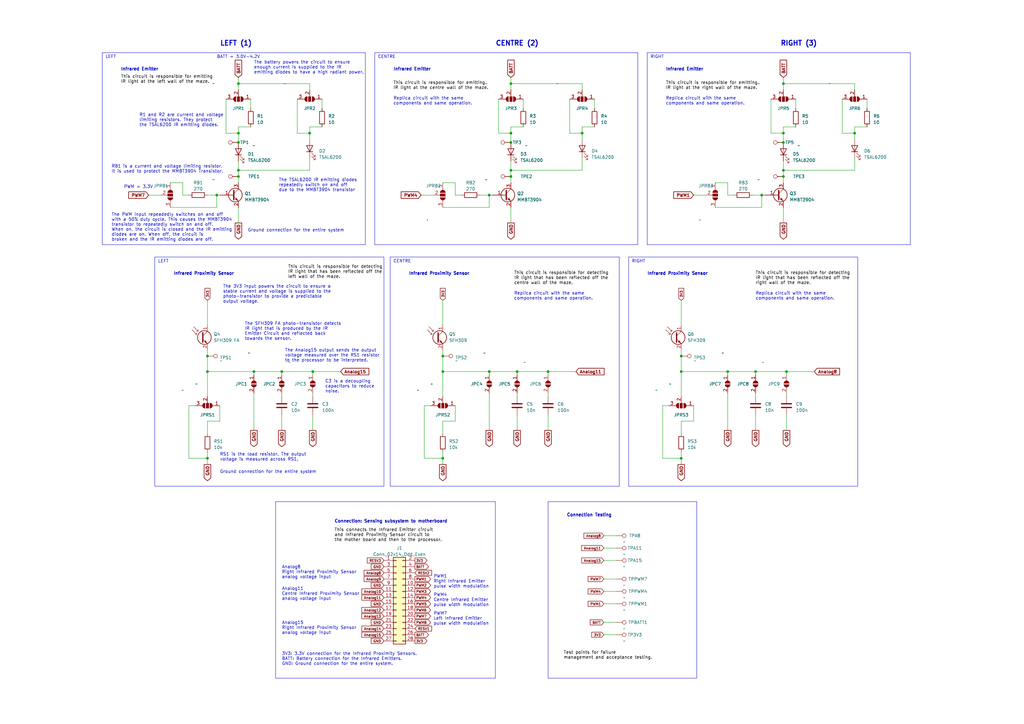
<source format=kicad_sch>
(kicad_sch (version 20230121) (generator eeschema)

  (uuid dd9d1af1-fd21-44dc-b516-8541e20f698c)

  (paper "A3")

  (title_block
    (title "Micromouse Sensing Subsystem")
    (date "20/03/2024")
    (rev "01")
    (company "UCT")
    (comment 1 "Liyana Singh")
    (comment 2 "SNGLIY001")
  )

  (lib_symbols
    (symbol "Connector:TestPoint" (pin_numbers hide) (pin_names (offset 0.762) hide) (in_bom yes) (on_board yes)
      (property "Reference" "TP" (at 0 6.858 0)
        (effects (font (size 1.27 1.27)))
      )
      (property "Value" "TestPoint" (at 0 5.08 0)
        (effects (font (size 1.27 1.27)))
      )
      (property "Footprint" "" (at 5.08 0 0)
        (effects (font (size 1.27 1.27)) hide)
      )
      (property "Datasheet" "~" (at 5.08 0 0)
        (effects (font (size 1.27 1.27)) hide)
      )
      (property "ki_keywords" "test point tp" (at 0 0 0)
        (effects (font (size 1.27 1.27)) hide)
      )
      (property "ki_description" "test point" (at 0 0 0)
        (effects (font (size 1.27 1.27)) hide)
      )
      (property "ki_fp_filters" "Pin* Test*" (at 0 0 0)
        (effects (font (size 1.27 1.27)) hide)
      )
      (symbol "TestPoint_0_1"
        (circle (center 0 3.302) (radius 0.762)
          (stroke (width 0) (type default))
          (fill (type none))
        )
      )
      (symbol "TestPoint_1_1"
        (pin passive line (at 0 0 90) (length 2.54)
          (name "1" (effects (font (size 1.27 1.27))))
          (number "1" (effects (font (size 1.27 1.27))))
        )
      )
    )
    (symbol "Connector_Generic:Conn_02x14_Odd_Even" (pin_names (offset 1.016) hide) (in_bom yes) (on_board yes)
      (property "Reference" "J" (at 1.27 17.78 0)
        (effects (font (size 1.27 1.27)))
      )
      (property "Value" "Conn_02x14_Odd_Even" (at 1.27 -20.32 0)
        (effects (font (size 1.27 1.27)))
      )
      (property "Footprint" "" (at 0 0 0)
        (effects (font (size 1.27 1.27)) hide)
      )
      (property "Datasheet" "~" (at 0 0 0)
        (effects (font (size 1.27 1.27)) hide)
      )
      (property "ki_keywords" "connector" (at 0 0 0)
        (effects (font (size 1.27 1.27)) hide)
      )
      (property "ki_description" "Generic connector, double row, 02x14, odd/even pin numbering scheme (row 1 odd numbers, row 2 even numbers), script generated (kicad-library-utils/schlib/autogen/connector/)" (at 0 0 0)
        (effects (font (size 1.27 1.27)) hide)
      )
      (property "ki_fp_filters" "Connector*:*_2x??_*" (at 0 0 0)
        (effects (font (size 1.27 1.27)) hide)
      )
      (symbol "Conn_02x14_Odd_Even_1_1"
        (rectangle (start -1.27 -17.653) (end 0 -17.907)
          (stroke (width 0.1524) (type default))
          (fill (type none))
        )
        (rectangle (start -1.27 -15.113) (end 0 -15.367)
          (stroke (width 0.1524) (type default))
          (fill (type none))
        )
        (rectangle (start -1.27 -12.573) (end 0 -12.827)
          (stroke (width 0.1524) (type default))
          (fill (type none))
        )
        (rectangle (start -1.27 -10.033) (end 0 -10.287)
          (stroke (width 0.1524) (type default))
          (fill (type none))
        )
        (rectangle (start -1.27 -7.493) (end 0 -7.747)
          (stroke (width 0.1524) (type default))
          (fill (type none))
        )
        (rectangle (start -1.27 -4.953) (end 0 -5.207)
          (stroke (width 0.1524) (type default))
          (fill (type none))
        )
        (rectangle (start -1.27 -2.413) (end 0 -2.667)
          (stroke (width 0.1524) (type default))
          (fill (type none))
        )
        (rectangle (start -1.27 0.127) (end 0 -0.127)
          (stroke (width 0.1524) (type default))
          (fill (type none))
        )
        (rectangle (start -1.27 2.667) (end 0 2.413)
          (stroke (width 0.1524) (type default))
          (fill (type none))
        )
        (rectangle (start -1.27 5.207) (end 0 4.953)
          (stroke (width 0.1524) (type default))
          (fill (type none))
        )
        (rectangle (start -1.27 7.747) (end 0 7.493)
          (stroke (width 0.1524) (type default))
          (fill (type none))
        )
        (rectangle (start -1.27 10.287) (end 0 10.033)
          (stroke (width 0.1524) (type default))
          (fill (type none))
        )
        (rectangle (start -1.27 12.827) (end 0 12.573)
          (stroke (width 0.1524) (type default))
          (fill (type none))
        )
        (rectangle (start -1.27 15.367) (end 0 15.113)
          (stroke (width 0.1524) (type default))
          (fill (type none))
        )
        (rectangle (start -1.27 16.51) (end 3.81 -19.05)
          (stroke (width 0.254) (type default))
          (fill (type background))
        )
        (rectangle (start 3.81 -17.653) (end 2.54 -17.907)
          (stroke (width 0.1524) (type default))
          (fill (type none))
        )
        (rectangle (start 3.81 -15.113) (end 2.54 -15.367)
          (stroke (width 0.1524) (type default))
          (fill (type none))
        )
        (rectangle (start 3.81 -12.573) (end 2.54 -12.827)
          (stroke (width 0.1524) (type default))
          (fill (type none))
        )
        (rectangle (start 3.81 -10.033) (end 2.54 -10.287)
          (stroke (width 0.1524) (type default))
          (fill (type none))
        )
        (rectangle (start 3.81 -7.493) (end 2.54 -7.747)
          (stroke (width 0.1524) (type default))
          (fill (type none))
        )
        (rectangle (start 3.81 -4.953) (end 2.54 -5.207)
          (stroke (width 0.1524) (type default))
          (fill (type none))
        )
        (rectangle (start 3.81 -2.413) (end 2.54 -2.667)
          (stroke (width 0.1524) (type default))
          (fill (type none))
        )
        (rectangle (start 3.81 0.127) (end 2.54 -0.127)
          (stroke (width 0.1524) (type default))
          (fill (type none))
        )
        (rectangle (start 3.81 2.667) (end 2.54 2.413)
          (stroke (width 0.1524) (type default))
          (fill (type none))
        )
        (rectangle (start 3.81 5.207) (end 2.54 4.953)
          (stroke (width 0.1524) (type default))
          (fill (type none))
        )
        (rectangle (start 3.81 7.747) (end 2.54 7.493)
          (stroke (width 0.1524) (type default))
          (fill (type none))
        )
        (rectangle (start 3.81 10.287) (end 2.54 10.033)
          (stroke (width 0.1524) (type default))
          (fill (type none))
        )
        (rectangle (start 3.81 12.827) (end 2.54 12.573)
          (stroke (width 0.1524) (type default))
          (fill (type none))
        )
        (rectangle (start 3.81 15.367) (end 2.54 15.113)
          (stroke (width 0.1524) (type default))
          (fill (type none))
        )
        (pin passive line (at -5.08 15.24 0) (length 3.81)
          (name "Pin_1" (effects (font (size 1.27 1.27))))
          (number "1" (effects (font (size 1.27 1.27))))
        )
        (pin passive line (at 7.62 5.08 180) (length 3.81)
          (name "Pin_10" (effects (font (size 1.27 1.27))))
          (number "10" (effects (font (size 1.27 1.27))))
        )
        (pin passive line (at -5.08 2.54 0) (length 3.81)
          (name "Pin_11" (effects (font (size 1.27 1.27))))
          (number "11" (effects (font (size 1.27 1.27))))
        )
        (pin passive line (at 7.62 2.54 180) (length 3.81)
          (name "Pin_12" (effects (font (size 1.27 1.27))))
          (number "12" (effects (font (size 1.27 1.27))))
        )
        (pin passive line (at -5.08 0 0) (length 3.81)
          (name "Pin_13" (effects (font (size 1.27 1.27))))
          (number "13" (effects (font (size 1.27 1.27))))
        )
        (pin passive line (at 7.62 0 180) (length 3.81)
          (name "Pin_14" (effects (font (size 1.27 1.27))))
          (number "14" (effects (font (size 1.27 1.27))))
        )
        (pin passive line (at -5.08 -2.54 0) (length 3.81)
          (name "Pin_15" (effects (font (size 1.27 1.27))))
          (number "15" (effects (font (size 1.27 1.27))))
        )
        (pin passive line (at 7.62 -2.54 180) (length 3.81)
          (name "Pin_16" (effects (font (size 1.27 1.27))))
          (number "16" (effects (font (size 1.27 1.27))))
        )
        (pin passive line (at -5.08 -5.08 0) (length 3.81)
          (name "Pin_17" (effects (font (size 1.27 1.27))))
          (number "17" (effects (font (size 1.27 1.27))))
        )
        (pin passive line (at 7.62 -5.08 180) (length 3.81)
          (name "Pin_18" (effects (font (size 1.27 1.27))))
          (number "18" (effects (font (size 1.27 1.27))))
        )
        (pin passive line (at -5.08 -7.62 0) (length 3.81)
          (name "Pin_19" (effects (font (size 1.27 1.27))))
          (number "19" (effects (font (size 1.27 1.27))))
        )
        (pin passive line (at 7.62 15.24 180) (length 3.81)
          (name "Pin_2" (effects (font (size 1.27 1.27))))
          (number "2" (effects (font (size 1.27 1.27))))
        )
        (pin passive line (at 7.62 -7.62 180) (length 3.81)
          (name "Pin_20" (effects (font (size 1.27 1.27))))
          (number "20" (effects (font (size 1.27 1.27))))
        )
        (pin passive line (at -5.08 -10.16 0) (length 3.81)
          (name "Pin_21" (effects (font (size 1.27 1.27))))
          (number "21" (effects (font (size 1.27 1.27))))
        )
        (pin passive line (at 7.62 -10.16 180) (length 3.81)
          (name "Pin_22" (effects (font (size 1.27 1.27))))
          (number "22" (effects (font (size 1.27 1.27))))
        )
        (pin passive line (at -5.08 -12.7 0) (length 3.81)
          (name "Pin_23" (effects (font (size 1.27 1.27))))
          (number "23" (effects (font (size 1.27 1.27))))
        )
        (pin passive line (at 7.62 -12.7 180) (length 3.81)
          (name "Pin_24" (effects (font (size 1.27 1.27))))
          (number "24" (effects (font (size 1.27 1.27))))
        )
        (pin passive line (at -5.08 -15.24 0) (length 3.81)
          (name "Pin_25" (effects (font (size 1.27 1.27))))
          (number "25" (effects (font (size 1.27 1.27))))
        )
        (pin passive line (at 7.62 -15.24 180) (length 3.81)
          (name "Pin_26" (effects (font (size 1.27 1.27))))
          (number "26" (effects (font (size 1.27 1.27))))
        )
        (pin passive line (at -5.08 -17.78 0) (length 3.81)
          (name "Pin_27" (effects (font (size 1.27 1.27))))
          (number "27" (effects (font (size 1.27 1.27))))
        )
        (pin passive line (at 7.62 -17.78 180) (length 3.81)
          (name "Pin_28" (effects (font (size 1.27 1.27))))
          (number "28" (effects (font (size 1.27 1.27))))
        )
        (pin passive line (at -5.08 12.7 0) (length 3.81)
          (name "Pin_3" (effects (font (size 1.27 1.27))))
          (number "3" (effects (font (size 1.27 1.27))))
        )
        (pin passive line (at 7.62 12.7 180) (length 3.81)
          (name "Pin_4" (effects (font (size 1.27 1.27))))
          (number "4" (effects (font (size 1.27 1.27))))
        )
        (pin passive line (at -5.08 10.16 0) (length 3.81)
          (name "Pin_5" (effects (font (size 1.27 1.27))))
          (number "5" (effects (font (size 1.27 1.27))))
        )
        (pin passive line (at 7.62 10.16 180) (length 3.81)
          (name "Pin_6" (effects (font (size 1.27 1.27))))
          (number "6" (effects (font (size 1.27 1.27))))
        )
        (pin passive line (at -5.08 7.62 0) (length 3.81)
          (name "Pin_7" (effects (font (size 1.27 1.27))))
          (number "7" (effects (font (size 1.27 1.27))))
        )
        (pin passive line (at 7.62 7.62 180) (length 3.81)
          (name "Pin_8" (effects (font (size 1.27 1.27))))
          (number "8" (effects (font (size 1.27 1.27))))
        )
        (pin passive line (at -5.08 5.08 0) (length 3.81)
          (name "Pin_9" (effects (font (size 1.27 1.27))))
          (number "9" (effects (font (size 1.27 1.27))))
        )
      )
    )
    (symbol "Device:C" (pin_numbers hide) (pin_names (offset 0.254)) (in_bom yes) (on_board yes)
      (property "Reference" "C" (at 0.635 2.54 0)
        (effects (font (size 1.27 1.27)) (justify left))
      )
      (property "Value" "C" (at 0.635 -2.54 0)
        (effects (font (size 1.27 1.27)) (justify left))
      )
      (property "Footprint" "" (at 0.9652 -3.81 0)
        (effects (font (size 1.27 1.27)) hide)
      )
      (property "Datasheet" "~" (at 0 0 0)
        (effects (font (size 1.27 1.27)) hide)
      )
      (property "ki_keywords" "cap capacitor" (at 0 0 0)
        (effects (font (size 1.27 1.27)) hide)
      )
      (property "ki_description" "Unpolarized capacitor" (at 0 0 0)
        (effects (font (size 1.27 1.27)) hide)
      )
      (property "ki_fp_filters" "C_*" (at 0 0 0)
        (effects (font (size 1.27 1.27)) hide)
      )
      (symbol "C_0_1"
        (polyline
          (pts
            (xy -2.032 -0.762)
            (xy 2.032 -0.762)
          )
          (stroke (width 0.508) (type default))
          (fill (type none))
        )
        (polyline
          (pts
            (xy -2.032 0.762)
            (xy 2.032 0.762)
          )
          (stroke (width 0.508) (type default))
          (fill (type none))
        )
      )
      (symbol "C_1_1"
        (pin passive line (at 0 3.81 270) (length 2.794)
          (name "~" (effects (font (size 1.27 1.27))))
          (number "1" (effects (font (size 1.27 1.27))))
        )
        (pin passive line (at 0 -3.81 90) (length 2.794)
          (name "~" (effects (font (size 1.27 1.27))))
          (number "2" (effects (font (size 1.27 1.27))))
        )
      )
    )
    (symbol "Device:LED" (pin_numbers hide) (pin_names (offset 1.016) hide) (in_bom yes) (on_board yes)
      (property "Reference" "D" (at 0 2.54 0)
        (effects (font (size 1.27 1.27)))
      )
      (property "Value" "LED" (at 0 -2.54 0)
        (effects (font (size 1.27 1.27)))
      )
      (property "Footprint" "" (at 0 0 0)
        (effects (font (size 1.27 1.27)) hide)
      )
      (property "Datasheet" "~" (at 0 0 0)
        (effects (font (size 1.27 1.27)) hide)
      )
      (property "ki_keywords" "LED diode" (at 0 0 0)
        (effects (font (size 1.27 1.27)) hide)
      )
      (property "ki_description" "Light emitting diode" (at 0 0 0)
        (effects (font (size 1.27 1.27)) hide)
      )
      (property "ki_fp_filters" "LED* LED_SMD:* LED_THT:*" (at 0 0 0)
        (effects (font (size 1.27 1.27)) hide)
      )
      (symbol "LED_0_1"
        (polyline
          (pts
            (xy -1.27 -1.27)
            (xy -1.27 1.27)
          )
          (stroke (width 0.254) (type default))
          (fill (type none))
        )
        (polyline
          (pts
            (xy -1.27 0)
            (xy 1.27 0)
          )
          (stroke (width 0) (type default))
          (fill (type none))
        )
        (polyline
          (pts
            (xy 1.27 -1.27)
            (xy 1.27 1.27)
            (xy -1.27 0)
            (xy 1.27 -1.27)
          )
          (stroke (width 0.254) (type default))
          (fill (type none))
        )
        (polyline
          (pts
            (xy -3.048 -0.762)
            (xy -4.572 -2.286)
            (xy -3.81 -2.286)
            (xy -4.572 -2.286)
            (xy -4.572 -1.524)
          )
          (stroke (width 0) (type default))
          (fill (type none))
        )
        (polyline
          (pts
            (xy -1.778 -0.762)
            (xy -3.302 -2.286)
            (xy -2.54 -2.286)
            (xy -3.302 -2.286)
            (xy -3.302 -1.524)
          )
          (stroke (width 0) (type default))
          (fill (type none))
        )
      )
      (symbol "LED_1_1"
        (pin passive line (at -3.81 0 0) (length 2.54)
          (name "K" (effects (font (size 1.27 1.27))))
          (number "1" (effects (font (size 1.27 1.27))))
        )
        (pin passive line (at 3.81 0 180) (length 2.54)
          (name "A" (effects (font (size 1.27 1.27))))
          (number "2" (effects (font (size 1.27 1.27))))
        )
      )
    )
    (symbol "Device:R" (pin_numbers hide) (pin_names (offset 0)) (in_bom yes) (on_board yes)
      (property "Reference" "R" (at 2.032 0 90)
        (effects (font (size 1.27 1.27)))
      )
      (property "Value" "R" (at 0 0 90)
        (effects (font (size 1.27 1.27)))
      )
      (property "Footprint" "" (at -1.778 0 90)
        (effects (font (size 1.27 1.27)) hide)
      )
      (property "Datasheet" "~" (at 0 0 0)
        (effects (font (size 1.27 1.27)) hide)
      )
      (property "ki_keywords" "R res resistor" (at 0 0 0)
        (effects (font (size 1.27 1.27)) hide)
      )
      (property "ki_description" "Resistor" (at 0 0 0)
        (effects (font (size 1.27 1.27)) hide)
      )
      (property "ki_fp_filters" "R_*" (at 0 0 0)
        (effects (font (size 1.27 1.27)) hide)
      )
      (symbol "R_0_1"
        (rectangle (start -1.016 -2.54) (end 1.016 2.54)
          (stroke (width 0.254) (type default))
          (fill (type none))
        )
      )
      (symbol "R_1_1"
        (pin passive line (at 0 3.81 270) (length 1.27)
          (name "~" (effects (font (size 1.27 1.27))))
          (number "1" (effects (font (size 1.27 1.27))))
        )
        (pin passive line (at 0 -3.81 90) (length 1.27)
          (name "~" (effects (font (size 1.27 1.27))))
          (number "2" (effects (font (size 1.27 1.27))))
        )
      )
    )
    (symbol "Jumper:SolderJumper_2_Open" (pin_names (offset 0) hide) (in_bom yes) (on_board yes)
      (property "Reference" "JP" (at 0 2.032 0)
        (effects (font (size 1.27 1.27)))
      )
      (property "Value" "SolderJumper_2_Open" (at 0 -2.54 0)
        (effects (font (size 1.27 1.27)))
      )
      (property "Footprint" "" (at 0 0 0)
        (effects (font (size 1.27 1.27)) hide)
      )
      (property "Datasheet" "~" (at 0 0 0)
        (effects (font (size 1.27 1.27)) hide)
      )
      (property "ki_keywords" "solder jumper SPST" (at 0 0 0)
        (effects (font (size 1.27 1.27)) hide)
      )
      (property "ki_description" "Solder Jumper, 2-pole, open" (at 0 0 0)
        (effects (font (size 1.27 1.27)) hide)
      )
      (property "ki_fp_filters" "SolderJumper*Open*" (at 0 0 0)
        (effects (font (size 1.27 1.27)) hide)
      )
      (symbol "SolderJumper_2_Open_0_1"
        (arc (start -0.254 1.016) (mid -1.2656 0) (end -0.254 -1.016)
          (stroke (width 0) (type default))
          (fill (type none))
        )
        (arc (start -0.254 1.016) (mid -1.2656 0) (end -0.254 -1.016)
          (stroke (width 0) (type default))
          (fill (type outline))
        )
        (polyline
          (pts
            (xy -0.254 1.016)
            (xy -0.254 -1.016)
          )
          (stroke (width 0) (type default))
          (fill (type none))
        )
        (polyline
          (pts
            (xy 0.254 1.016)
            (xy 0.254 -1.016)
          )
          (stroke (width 0) (type default))
          (fill (type none))
        )
        (arc (start 0.254 -1.016) (mid 1.2656 0) (end 0.254 1.016)
          (stroke (width 0) (type default))
          (fill (type none))
        )
        (arc (start 0.254 -1.016) (mid 1.2656 0) (end 0.254 1.016)
          (stroke (width 0) (type default))
          (fill (type outline))
        )
      )
      (symbol "SolderJumper_2_Open_1_1"
        (pin passive line (at -3.81 0 0) (length 2.54)
          (name "A" (effects (font (size 1.27 1.27))))
          (number "1" (effects (font (size 1.27 1.27))))
        )
        (pin passive line (at 3.81 0 180) (length 2.54)
          (name "B" (effects (font (size 1.27 1.27))))
          (number "2" (effects (font (size 1.27 1.27))))
        )
      )
    )
    (symbol "Jumper:SolderJumper_3_Open" (pin_names (offset 0) hide) (in_bom yes) (on_board yes)
      (property "Reference" "JP" (at -2.54 -2.54 0)
        (effects (font (size 1.27 1.27)))
      )
      (property "Value" "SolderJumper_3_Open" (at 0 2.794 0)
        (effects (font (size 1.27 1.27)))
      )
      (property "Footprint" "" (at 0 0 0)
        (effects (font (size 1.27 1.27)) hide)
      )
      (property "Datasheet" "~" (at 0 0 0)
        (effects (font (size 1.27 1.27)) hide)
      )
      (property "ki_keywords" "Solder Jumper SPDT" (at 0 0 0)
        (effects (font (size 1.27 1.27)) hide)
      )
      (property "ki_description" "Solder Jumper, 3-pole, open" (at 0 0 0)
        (effects (font (size 1.27 1.27)) hide)
      )
      (property "ki_fp_filters" "SolderJumper*Open*" (at 0 0 0)
        (effects (font (size 1.27 1.27)) hide)
      )
      (symbol "SolderJumper_3_Open_0_1"
        (arc (start -1.016 1.016) (mid -2.0276 0) (end -1.016 -1.016)
          (stroke (width 0) (type default))
          (fill (type none))
        )
        (arc (start -1.016 1.016) (mid -2.0276 0) (end -1.016 -1.016)
          (stroke (width 0) (type default))
          (fill (type outline))
        )
        (rectangle (start -0.508 1.016) (end 0.508 -1.016)
          (stroke (width 0) (type default))
          (fill (type outline))
        )
        (polyline
          (pts
            (xy -2.54 0)
            (xy -2.032 0)
          )
          (stroke (width 0) (type default))
          (fill (type none))
        )
        (polyline
          (pts
            (xy -1.016 1.016)
            (xy -1.016 -1.016)
          )
          (stroke (width 0) (type default))
          (fill (type none))
        )
        (polyline
          (pts
            (xy 0 -1.27)
            (xy 0 -1.016)
          )
          (stroke (width 0) (type default))
          (fill (type none))
        )
        (polyline
          (pts
            (xy 1.016 1.016)
            (xy 1.016 -1.016)
          )
          (stroke (width 0) (type default))
          (fill (type none))
        )
        (polyline
          (pts
            (xy 2.54 0)
            (xy 2.032 0)
          )
          (stroke (width 0) (type default))
          (fill (type none))
        )
        (arc (start 1.016 -1.016) (mid 2.0276 0) (end 1.016 1.016)
          (stroke (width 0) (type default))
          (fill (type none))
        )
        (arc (start 1.016 -1.016) (mid 2.0276 0) (end 1.016 1.016)
          (stroke (width 0) (type default))
          (fill (type outline))
        )
      )
      (symbol "SolderJumper_3_Open_1_1"
        (pin passive line (at -5.08 0 0) (length 2.54)
          (name "A" (effects (font (size 1.27 1.27))))
          (number "1" (effects (font (size 1.27 1.27))))
        )
        (pin passive line (at 0 -3.81 90) (length 2.54)
          (name "C" (effects (font (size 1.27 1.27))))
          (number "2" (effects (font (size 1.27 1.27))))
        )
        (pin passive line (at 5.08 0 180) (length 2.54)
          (name "B" (effects (font (size 1.27 1.27))))
          (number "3" (effects (font (size 1.27 1.27))))
        )
      )
    )
    (symbol "Sensor_Optical:SFH309" (pin_names (offset 0) hide) (in_bom yes) (on_board yes)
      (property "Reference" "Q" (at 5.08 1.27 0)
        (effects (font (size 1.27 1.27)) (justify left))
      )
      (property "Value" "SFH309" (at 5.08 -1.27 0)
        (effects (font (size 1.27 1.27)) (justify left))
      )
      (property "Footprint" "LED_THT:LED_D3.0mm_Clear" (at 12.192 -3.556 0)
        (effects (font (size 1.27 1.27)) hide)
      )
      (property "Datasheet" "http://www.osram-os.com/Graphics/XPic2/00101811_0.pdf/SFH%20309,%20SFH%20309%20FA,%20Lead%20(Pb)%20Free%20Product%20-%20RoHS%20Compliant.pdf" (at 0 0 0)
        (effects (font (size 1.27 1.27)) hide)
      )
      (property "ki_keywords" "npn phototransistor" (at 0 0 0)
        (effects (font (size 1.27 1.27)) hide)
      )
      (property "ki_description" "Phototransistor NPN" (at 0 0 0)
        (effects (font (size 1.27 1.27)) hide)
      )
      (property "ki_fp_filters" "LED*3.0mm*Clear*" (at 0 0 0)
        (effects (font (size 1.27 1.27)) hide)
      )
      (symbol "SFH309_0_1"
        (polyline
          (pts
            (xy -1.905 1.27)
            (xy -2.54 1.27)
          )
          (stroke (width 0) (type default))
          (fill (type none))
        )
        (polyline
          (pts
            (xy -1.27 2.54)
            (xy -1.905 2.54)
          )
          (stroke (width 0) (type default))
          (fill (type none))
        )
        (polyline
          (pts
            (xy 0.635 0.635)
            (xy 2.54 2.54)
          )
          (stroke (width 0) (type default))
          (fill (type none))
        )
        (polyline
          (pts
            (xy -3.81 3.175)
            (xy -1.905 1.27)
            (xy -1.905 1.905)
          )
          (stroke (width 0) (type default))
          (fill (type none))
        )
        (polyline
          (pts
            (xy -3.175 4.445)
            (xy -1.27 2.54)
            (xy -1.27 3.175)
          )
          (stroke (width 0) (type default))
          (fill (type none))
        )
        (polyline
          (pts
            (xy 0.635 -0.635)
            (xy 2.54 -2.54)
            (xy 2.54 -2.54)
          )
          (stroke (width 0) (type default))
          (fill (type none))
        )
        (polyline
          (pts
            (xy 0.635 1.905)
            (xy 0.635 -1.905)
            (xy 0.635 -1.905)
          )
          (stroke (width 0.508) (type default))
          (fill (type none))
        )
        (polyline
          (pts
            (xy 1.27 -1.778)
            (xy 1.778 -1.27)
            (xy 2.286 -2.286)
            (xy 1.27 -1.778)
            (xy 1.27 -1.778)
          )
          (stroke (width 0) (type default))
          (fill (type outline))
        )
        (circle (center 1.27 0) (radius 2.8194)
          (stroke (width 0.254) (type default))
          (fill (type none))
        )
      )
      (symbol "SFH309_1_1"
        (pin passive line (at 2.54 5.08 270) (length 2.54)
          (name "C" (effects (font (size 1.27 1.27))))
          (number "1" (effects (font (size 1.27 1.27))))
        )
        (pin passive line (at 2.54 -5.08 90) (length 2.54)
          (name "E" (effects (font (size 1.27 1.27))))
          (number "2" (effects (font (size 1.27 1.27))))
        )
      )
    )
    (symbol "Transistor_BJT:MMBT3904" (pin_names (offset 0) hide) (in_bom yes) (on_board yes)
      (property "Reference" "Q" (at 5.08 1.905 0)
        (effects (font (size 1.27 1.27)) (justify left))
      )
      (property "Value" "MMBT3904" (at 5.08 0 0)
        (effects (font (size 1.27 1.27)) (justify left))
      )
      (property "Footprint" "Package_TO_SOT_SMD:SOT-23" (at 5.08 -1.905 0)
        (effects (font (size 1.27 1.27) italic) (justify left) hide)
      )
      (property "Datasheet" "https://www.onsemi.com/pub/Collateral/2N3903-D.PDF" (at 0 0 0)
        (effects (font (size 1.27 1.27)) (justify left) hide)
      )
      (property "ki_keywords" "NPN Transistor" (at 0 0 0)
        (effects (font (size 1.27 1.27)) hide)
      )
      (property "ki_description" "0.2A Ic, 40V Vce, Small Signal NPN Transistor, SOT-23" (at 0 0 0)
        (effects (font (size 1.27 1.27)) hide)
      )
      (property "ki_fp_filters" "SOT?23*" (at 0 0 0)
        (effects (font (size 1.27 1.27)) hide)
      )
      (symbol "MMBT3904_0_1"
        (polyline
          (pts
            (xy 0.635 0.635)
            (xy 2.54 2.54)
          )
          (stroke (width 0) (type default))
          (fill (type none))
        )
        (polyline
          (pts
            (xy 0.635 -0.635)
            (xy 2.54 -2.54)
            (xy 2.54 -2.54)
          )
          (stroke (width 0) (type default))
          (fill (type none))
        )
        (polyline
          (pts
            (xy 0.635 1.905)
            (xy 0.635 -1.905)
            (xy 0.635 -1.905)
          )
          (stroke (width 0.508) (type default))
          (fill (type none))
        )
        (polyline
          (pts
            (xy 1.27 -1.778)
            (xy 1.778 -1.27)
            (xy 2.286 -2.286)
            (xy 1.27 -1.778)
            (xy 1.27 -1.778)
          )
          (stroke (width 0) (type default))
          (fill (type outline))
        )
        (circle (center 1.27 0) (radius 2.8194)
          (stroke (width 0.254) (type default))
          (fill (type none))
        )
      )
      (symbol "MMBT3904_1_1"
        (pin input line (at -5.08 0 0) (length 5.715)
          (name "B" (effects (font (size 1.27 1.27))))
          (number "1" (effects (font (size 1.27 1.27))))
        )
        (pin passive line (at 2.54 -5.08 90) (length 2.54)
          (name "E" (effects (font (size 1.27 1.27))))
          (number "2" (effects (font (size 1.27 1.27))))
        )
        (pin passive line (at 2.54 5.08 270) (length 2.54)
          (name "C" (effects (font (size 1.27 1.27))))
          (number "3" (effects (font (size 1.27 1.27))))
        )
      )
    )
  )

  (junction (at 181.61 152.4) (diameter 0) (color 0 0 0 0)
    (uuid 00d1ee14-522a-4a9b-a714-b3af80e05224)
  )
  (junction (at 298.45 152.4) (diameter 0) (color 0 0 0 0)
    (uuid 09f7e91f-6645-4e53-aa0f-086eb3583218)
  )
  (junction (at 224.79 152.4) (diameter 0) (color 0 0 0 0)
    (uuid 0af18812-ea2f-4690-95b6-b44860095cef)
  )
  (junction (at 181.61 187.96) (diameter 0) (color 0 0 0 0)
    (uuid 168ad425-d25d-4445-8bca-643b3d3d4ed2)
  )
  (junction (at 321.31 58.42) (diameter 0) (color 0 0 0 0)
    (uuid 1905222a-f370-4567-8fd2-9ca380c76977)
  )
  (junction (at 209.55 34.29) (diameter 0) (color 0 0 0 0)
    (uuid 223c3297-d08f-4ce9-85a6-2a7dd4d31435)
  )
  (junction (at 212.09 152.4) (diameter 0) (color 0 0 0 0)
    (uuid 233842c4-57a1-4167-be69-48fd18a08164)
  )
  (junction (at 321.31 34.29) (diameter 0) (color 0 0 0 0)
    (uuid 2bb88121-932d-4d1b-bef0-2d4638728a1f)
  )
  (junction (at 200.66 80.01) (diameter 0) (color 0 0 0 0)
    (uuid 301b68fe-873e-4dd0-a793-ed7555792438)
  )
  (junction (at 200.66 152.4) (diameter 0) (color 0 0 0 0)
    (uuid 313ae892-4594-4b45-a217-c3f7693e0a45)
  )
  (junction (at 238.76 54.61) (diameter 0) (color 0 0 0 0)
    (uuid 37cfead0-5616-4c62-a590-ebb1b77b4636)
  )
  (junction (at 85.09 187.96) (diameter 0) (color 0 0 0 0)
    (uuid 3904d7f3-57b9-446d-8ca9-f645b3f6f036)
  )
  (junction (at 279.4 187.96) (diameter 0) (color 0 0 0 0)
    (uuid 3aaeac43-f5a6-4a92-b4ca-18c9bdceb0ad)
  )
  (junction (at 85.09 152.4) (diameter 0) (color 0 0 0 0)
    (uuid 45d27082-3d18-4143-a963-f79530e77f05)
  )
  (junction (at 128.27 152.4) (diameter 0) (color 0 0 0 0)
    (uuid 51c4fa73-b59f-4f77-93cb-31cc392f69c1)
  )
  (junction (at 279.4 152.4) (diameter 0) (color 0 0 0 0)
    (uuid 5571e193-5276-467e-a11c-7cd0e341306e)
  )
  (junction (at 104.14 152.4) (diameter 0) (color 0 0 0 0)
    (uuid 5f586257-a180-49de-81b8-c0dfedbbfd89)
  )
  (junction (at 88.9 80.01) (diameter 0) (color 0 0 0 0)
    (uuid 5f87e6b1-3361-43f9-8f14-c9f3949de2bc)
  )
  (junction (at 97.79 69.85) (diameter 0) (color 0 0 0 0)
    (uuid 62fc9144-623c-40a4-8c50-0dfcd152758c)
  )
  (junction (at 350.52 54.61) (diameter 0) (color 0 0 0 0)
    (uuid 63af8962-a6b4-4cf1-b87b-1771730b1de2)
  )
  (junction (at 97.79 34.29) (diameter 0) (color 0 0 0 0)
    (uuid 63d78766-6bae-4664-88f6-f4731e480071)
  )
  (junction (at 97.79 58.42) (diameter 0) (color 0 0 0 0)
    (uuid 6792d13b-65b0-4167-b393-0011d026db8e)
  )
  (junction (at 97.79 54.61) (diameter 0) (color 0 0 0 0)
    (uuid 6a364eb7-d897-41bd-9eec-746525eb8887)
  )
  (junction (at 97.79 72.39) (diameter 0) (color 0 0 0 0)
    (uuid 6a9b611f-6d5b-4dd9-baff-81a94f18b963)
  )
  (junction (at 209.55 54.61) (diameter 0) (color 0 0 0 0)
    (uuid 7002cbc7-923d-4795-8414-6390e3dbc261)
  )
  (junction (at 127 54.61) (diameter 0) (color 0 0 0 0)
    (uuid 7060e312-3db6-4c0c-a689-781d28846018)
  )
  (junction (at 209.55 72.39) (diameter 0) (color 0 0 0 0)
    (uuid 81c16c9c-9637-4106-92bb-35ad901c7262)
  )
  (junction (at 322.58 152.4) (diameter 0) (color 0 0 0 0)
    (uuid a2379f66-87bd-427a-bdd7-a8a472b95f6b)
  )
  (junction (at 209.55 69.85) (diameter 0) (color 0 0 0 0)
    (uuid ac73049d-2d73-41d9-806e-987db0bbe764)
  )
  (junction (at 115.57 152.4) (diameter 0) (color 0 0 0 0)
    (uuid b0670bff-3997-4a7e-875f-411650a95ad5)
  )
  (junction (at 85.09 146.05) (diameter 0) (color 0 0 0 0)
    (uuid b0d21763-9a0f-42ba-982f-720f01f34d6e)
  )
  (junction (at 321.31 69.85) (diameter 0) (color 0 0 0 0)
    (uuid b1863189-da55-4405-923f-6066b2228ea6)
  )
  (junction (at 309.88 152.4) (diameter 0) (color 0 0 0 0)
    (uuid bc5578f9-afb4-4b8a-8f3f-7a038f57ccda)
  )
  (junction (at 181.61 146.05) (diameter 0) (color 0 0 0 0)
    (uuid caf3f3fe-7c89-485b-bef3-a7f06407491a)
  )
  (junction (at 279.4 146.05) (diameter 0) (color 0 0 0 0)
    (uuid eb22a6a8-fcdf-4a6d-90ee-d92f2a2a5b1d)
  )
  (junction (at 321.31 72.39) (diameter 0) (color 0 0 0 0)
    (uuid ed911af5-087e-4d0e-b981-97a2514b75bf)
  )
  (junction (at 321.31 54.61) (diameter 0) (color 0 0 0 0)
    (uuid f32df235-c21b-455b-85c6-68970ca7357b)
  )
  (junction (at 312.42 80.01) (diameter 0) (color 0 0 0 0)
    (uuid f372423f-514d-4351-8c5f-881e5f21082e)
  )
  (junction (at 209.55 58.42) (diameter 0) (color 0 0 0 0)
    (uuid f7355a47-613b-41d6-a44c-d1324dc0f090)
  )

  (wire (pts (xy 209.55 34.29) (xy 209.55 36.83))
    (stroke (width 0) (type default))
    (uuid 00458848-4765-4a77-b94d-c203816f0b62)
  )
  (wire (pts (xy 128.27 170.18) (xy 128.27 176.53))
    (stroke (width 0) (type default))
    (uuid 01ecaf8b-e452-4082-af4c-615421745204)
  )
  (wire (pts (xy 247.65 242.57) (xy 252.73 242.57))
    (stroke (width 0) (type default))
    (uuid 0234db2c-1713-4377-a9c1-4ffeec3680c9)
  )
  (wire (pts (xy 69.85 85.09) (xy 88.9 85.09))
    (stroke (width 0) (type default))
    (uuid 075cff30-4401-4764-9dbd-1b8271f21537)
  )
  (wire (pts (xy 321.31 31.75) (xy 321.31 34.29))
    (stroke (width 0) (type default))
    (uuid 07c12b01-4c59-42f4-85e9-536ed2ed40d4)
  )
  (wire (pts (xy 121.92 54.61) (xy 127 54.61))
    (stroke (width 0) (type default))
    (uuid 08e8cb19-3b2b-4c60-ba81-8fe95e4aa012)
  )
  (wire (pts (xy 345.44 54.61) (xy 350.52 54.61))
    (stroke (width 0) (type default))
    (uuid 0f32592f-e5d7-41a4-80f3-f5579ee3f7b4)
  )
  (wire (pts (xy 181.61 152.4) (xy 200.66 152.4))
    (stroke (width 0) (type default))
    (uuid 0fe74f78-db74-428f-a53c-66fd2272f136)
  )
  (wire (pts (xy 200.66 80.01) (xy 201.93 80.01))
    (stroke (width 0) (type default))
    (uuid 12f6b284-322d-440e-9f75-7776d6f7d643)
  )
  (wire (pts (xy 85.09 152.4) (xy 85.09 162.56))
    (stroke (width 0) (type default))
    (uuid 13d603f8-93ac-4089-bd01-6fbed25dc208)
  )
  (wire (pts (xy 115.57 170.18) (xy 115.57 176.53))
    (stroke (width 0) (type default))
    (uuid 140476d2-ade3-47bf-9304-c14c1ca3e27c)
  )
  (wire (pts (xy 350.52 64.77) (xy 350.52 69.85))
    (stroke (width 0) (type default))
    (uuid 148fb04e-8406-4a89-a84e-7981b4c76484)
  )
  (wire (pts (xy 200.66 85.09) (xy 200.66 80.01))
    (stroke (width 0) (type default))
    (uuid 15d67f8d-9567-482b-9173-6f62f05631b0)
  )
  (wire (pts (xy 97.79 72.39) (xy 97.79 74.93))
    (stroke (width 0) (type default))
    (uuid 1870a329-34f7-4d19-94ac-c62b6efa3b22)
  )
  (wire (pts (xy 345.44 40.64) (xy 345.44 54.61))
    (stroke (width 0) (type default))
    (uuid 18fa5c13-edd9-44f3-b88f-7e841b617b53)
  )
  (wire (pts (xy 247.65 219.71) (xy 252.73 219.71))
    (stroke (width 0) (type default))
    (uuid 193fdb5b-3979-4690-81d2-be9993d82813)
  )
  (wire (pts (xy 321.31 72.39) (xy 321.31 74.93))
    (stroke (width 0) (type default))
    (uuid 1a010769-92d3-4970-b3ba-1cd3a333230e)
  )
  (wire (pts (xy 214.63 40.64) (xy 214.63 44.45))
    (stroke (width 0) (type default))
    (uuid 1a01a2a1-22a1-4c08-91fe-df053eb05f9c)
  )
  (wire (pts (xy 298.45 80.01) (xy 300.99 80.01))
    (stroke (width 0) (type default))
    (uuid 1a67265d-fdcf-4106-9422-0d85bc637754)
  )
  (wire (pts (xy 309.88 170.18) (xy 309.88 176.53))
    (stroke (width 0) (type default))
    (uuid 1c06e930-be2e-4acd-92b5-f05d4a8b38ca)
  )
  (wire (pts (xy 77.47 166.37) (xy 80.01 166.37))
    (stroke (width 0) (type default))
    (uuid 1e3dcef7-d011-4c85-b4c2-841a7382f0d1)
  )
  (wire (pts (xy 350.52 52.07) (xy 350.52 54.61))
    (stroke (width 0) (type default))
    (uuid 203d7e9c-4b2e-4e55-83dc-9975307122fd)
  )
  (wire (pts (xy 200.66 152.4) (xy 212.09 152.4))
    (stroke (width 0) (type default))
    (uuid 213e7a2a-3e1b-4f61-b339-6512385586c7)
  )
  (wire (pts (xy 204.47 40.64) (xy 204.47 54.61))
    (stroke (width 0) (type default))
    (uuid 242d9375-591e-4972-a404-ef066297ee62)
  )
  (wire (pts (xy 316.23 40.64) (xy 316.23 54.61))
    (stroke (width 0) (type default))
    (uuid 250ca9e1-44b8-4ee8-b920-28eb7489b559)
  )
  (wire (pts (xy 350.52 52.07) (xy 355.6 52.07))
    (stroke (width 0) (type default))
    (uuid 258a5f3e-ab6c-4312-8ad7-c0e1274ca158)
  )
  (wire (pts (xy 181.61 143.51) (xy 181.61 146.05))
    (stroke (width 0) (type default))
    (uuid 2654cecc-3494-4029-a4eb-a839b976dd0c)
  )
  (wire (pts (xy 186.69 74.93) (xy 186.69 80.01))
    (stroke (width 0) (type default))
    (uuid 266fbdc7-8a44-4705-b141-42f67eb556cf)
  )
  (wire (pts (xy 298.45 152.4) (xy 309.88 152.4))
    (stroke (width 0) (type default))
    (uuid 2cfdc588-8e8a-44c0-b289-4db7cb097660)
  )
  (wire (pts (xy 85.09 123.19) (xy 85.09 133.35))
    (stroke (width 0) (type default))
    (uuid 2f28a774-976c-4aec-ae4c-274d46113793)
  )
  (wire (pts (xy 127 54.61) (xy 127 57.15))
    (stroke (width 0) (type default))
    (uuid 2fb4d078-e1df-45fe-9fcf-c154500bab11)
  )
  (wire (pts (xy 279.4 152.4) (xy 298.45 152.4))
    (stroke (width 0) (type default))
    (uuid 30554226-d087-4388-9275-4b44530fafb8)
  )
  (wire (pts (xy 247.65 229.87) (xy 252.73 229.87))
    (stroke (width 0) (type default))
    (uuid 312b455a-4745-43a6-8ac6-b3f34872e61f)
  )
  (wire (pts (xy 224.79 170.18) (xy 224.79 176.53))
    (stroke (width 0) (type default))
    (uuid 31c48817-1654-46cd-9bdf-dce86a879724)
  )
  (wire (pts (xy 209.55 69.85) (xy 238.76 69.85))
    (stroke (width 0) (type default))
    (uuid 32f941b4-9e68-4c62-80d2-8b0241a605a7)
  )
  (wire (pts (xy 271.78 166.37) (xy 274.32 166.37))
    (stroke (width 0) (type default))
    (uuid 347a436d-3c64-4330-84bd-3f2c8557c72f)
  )
  (wire (pts (xy 279.4 185.42) (xy 279.4 187.96))
    (stroke (width 0) (type default))
    (uuid 375b9ace-87ee-4a78-8f8c-5726673bc823)
  )
  (wire (pts (xy 224.79 152.4) (xy 236.22 152.4))
    (stroke (width 0) (type default))
    (uuid 384884ce-f566-4982-b328-53bf7f6dcd8a)
  )
  (wire (pts (xy 181.61 152.4) (xy 181.61 162.56))
    (stroke (width 0) (type default))
    (uuid 3a23ad3c-7340-4dad-a226-a26e3c65dbbb)
  )
  (wire (pts (xy 127 52.07) (xy 127 54.61))
    (stroke (width 0) (type default))
    (uuid 3a74f32e-f73e-4847-ad2f-88b207b5a210)
  )
  (wire (pts (xy 97.79 31.75) (xy 97.79 34.29))
    (stroke (width 0) (type default))
    (uuid 4514c00b-4126-43b1-b6c5-25352a8d656a)
  )
  (wire (pts (xy 247.65 247.65) (xy 252.73 247.65))
    (stroke (width 0) (type default))
    (uuid 45fc21d4-6431-4e56-9e99-0df44db1e852)
  )
  (wire (pts (xy 309.88 152.4) (xy 309.88 153.67))
    (stroke (width 0) (type default))
    (uuid 46abb52a-9b15-4726-8edf-c26ce56450bc)
  )
  (wire (pts (xy 97.79 69.85) (xy 97.79 72.39))
    (stroke (width 0) (type default))
    (uuid 475bd8d3-3285-4574-a85b-6fb5f79a737c)
  )
  (wire (pts (xy 279.4 123.19) (xy 279.4 133.35))
    (stroke (width 0) (type default))
    (uuid 486128e1-f097-4d6b-b2cf-ffb9dfadb203)
  )
  (wire (pts (xy 85.09 80.01) (xy 88.9 80.01))
    (stroke (width 0) (type default))
    (uuid 4e507e1a-cf9a-4ed2-aa14-5f46e0b1ede2)
  )
  (wire (pts (xy 85.09 172.72) (xy 85.09 177.8))
    (stroke (width 0) (type default))
    (uuid 4fdc63d9-0e1e-4a71-99cf-f82c655e3fc2)
  )
  (wire (pts (xy 309.88 161.29) (xy 309.88 162.56))
    (stroke (width 0) (type default))
    (uuid 50cf8776-2829-4e9a-b7d4-8e086e56c2fc)
  )
  (wire (pts (xy 309.88 152.4) (xy 322.58 152.4))
    (stroke (width 0) (type default))
    (uuid 52430fa3-1491-4609-a781-d4c208d4ad57)
  )
  (wire (pts (xy 127 34.29) (xy 127 36.83))
    (stroke (width 0) (type default))
    (uuid 52f088fd-9e8c-4484-921a-2c8106ee4ba4)
  )
  (wire (pts (xy 322.58 152.4) (xy 322.58 153.67))
    (stroke (width 0) (type default))
    (uuid 559482aa-7837-46d1-a283-b4cc94ac4e72)
  )
  (wire (pts (xy 181.61 185.42) (xy 181.61 187.96))
    (stroke (width 0) (type default))
    (uuid 562accb4-3bbe-4c08-afce-ef45162c7941)
  )
  (wire (pts (xy 209.55 31.75) (xy 209.55 34.29))
    (stroke (width 0) (type default))
    (uuid 575f54d8-4a1e-4268-b7cf-24dd3f0ce308)
  )
  (wire (pts (xy 85.09 187.96) (xy 85.09 190.5))
    (stroke (width 0) (type default))
    (uuid 57e94173-bed1-4507-a7c3-666fe17929ee)
  )
  (wire (pts (xy 298.45 161.29) (xy 298.45 176.53))
    (stroke (width 0) (type default))
    (uuid 58a4f319-4f82-455d-927e-91fa679647e6)
  )
  (wire (pts (xy 200.66 161.29) (xy 200.66 176.53))
    (stroke (width 0) (type default))
    (uuid 58b1ade3-f4f5-4925-b3f5-5d757c98ef1a)
  )
  (wire (pts (xy 209.55 54.61) (xy 209.55 58.42))
    (stroke (width 0) (type default))
    (uuid 598b193f-ca35-4568-9eae-a5bf4a1ac89e)
  )
  (wire (pts (xy 247.65 224.79) (xy 252.73 224.79))
    (stroke (width 0) (type default))
    (uuid 5ac95639-6d02-445b-a0ce-c479cbec310e)
  )
  (wire (pts (xy 209.55 34.29) (xy 238.76 34.29))
    (stroke (width 0) (type default))
    (uuid 603e7b89-7551-47e7-abeb-0c903664eaec)
  )
  (wire (pts (xy 312.42 80.01) (xy 313.69 80.01))
    (stroke (width 0) (type default))
    (uuid 63489f8e-c20c-43dd-9c6e-7d34e4b806df)
  )
  (wire (pts (xy 212.09 161.29) (xy 212.09 162.56))
    (stroke (width 0) (type default))
    (uuid 644f2250-3321-42a7-aa15-31cc46713ad6)
  )
  (wire (pts (xy 321.31 69.85) (xy 350.52 69.85))
    (stroke (width 0) (type default))
    (uuid 66c13f11-d9e0-473b-a78a-e36f1de09c1c)
  )
  (wire (pts (xy 92.71 54.61) (xy 97.79 54.61))
    (stroke (width 0) (type default))
    (uuid 6a1bdc60-5131-424b-a459-038717d98817)
  )
  (wire (pts (xy 209.55 69.85) (xy 209.55 72.39))
    (stroke (width 0) (type default))
    (uuid 6abbdd78-486d-4b41-a106-2226ac6cc7bc)
  )
  (wire (pts (xy 243.84 40.64) (xy 243.84 44.45))
    (stroke (width 0) (type default))
    (uuid 6d1331b1-32d5-4bfa-a996-459fd88a469f)
  )
  (wire (pts (xy 308.61 80.01) (xy 312.42 80.01))
    (stroke (width 0) (type default))
    (uuid 6d9580fc-03d5-4853-b181-9817106368c7)
  )
  (wire (pts (xy 293.37 85.09) (xy 312.42 85.09))
    (stroke (width 0) (type default))
    (uuid 6f787c50-c5b5-4db7-931e-44e17010baa9)
  )
  (wire (pts (xy 321.31 52.07) (xy 321.31 54.61))
    (stroke (width 0) (type default))
    (uuid 6faa8238-cb64-4e77-bfe4-bb425a7bb2a3)
  )
  (wire (pts (xy 247.65 260.35) (xy 252.73 260.35))
    (stroke (width 0) (type default))
    (uuid 717a3938-bad4-442b-86ab-f9a680cde28e)
  )
  (wire (pts (xy 209.55 72.39) (xy 209.55 74.93))
    (stroke (width 0) (type default))
    (uuid 728e7e8c-2920-4d07-acc9-040ff5b5cbbb)
  )
  (wire (pts (xy 128.27 152.4) (xy 128.27 153.67))
    (stroke (width 0) (type default))
    (uuid 7658cad7-3624-45cb-853b-a8fa026116ab)
  )
  (wire (pts (xy 128.27 161.29) (xy 128.27 162.56))
    (stroke (width 0) (type default))
    (uuid 788ce793-ff2d-475c-8961-96b87546fde6)
  )
  (wire (pts (xy 233.68 54.61) (xy 238.76 54.61))
    (stroke (width 0) (type default))
    (uuid 78c6797e-d3e8-415e-bdd1-cdbc000b7bb1)
  )
  (wire (pts (xy 196.85 80.01) (xy 200.66 80.01))
    (stroke (width 0) (type default))
    (uuid 7aa23afc-8afc-4130-99dc-eeac5ef042b4)
  )
  (wire (pts (xy 200.66 152.4) (xy 200.66 153.67))
    (stroke (width 0) (type default))
    (uuid 7bc47f08-3207-4a0c-9418-772414d05502)
  )
  (wire (pts (xy 321.31 52.07) (xy 326.39 52.07))
    (stroke (width 0) (type default))
    (uuid 7cad14a4-1d4a-49b5-9009-8904fb94f821)
  )
  (wire (pts (xy 181.61 172.72) (xy 186.69 172.72))
    (stroke (width 0) (type default))
    (uuid 80e0d0c7-3348-4b2c-a2fc-0fecd09733b6)
  )
  (wire (pts (xy 173.99 187.96) (xy 181.61 187.96))
    (stroke (width 0) (type default))
    (uuid 82480c1c-736b-4d2e-941e-cc4813273c91)
  )
  (wire (pts (xy 85.09 152.4) (xy 104.14 152.4))
    (stroke (width 0) (type default))
    (uuid 86e34077-8d22-49cd-868d-6a752d894734)
  )
  (wire (pts (xy 97.79 69.85) (xy 127 69.85))
    (stroke (width 0) (type default))
    (uuid 89ab7cf7-110a-45ef-937d-c5de035b25e0)
  )
  (wire (pts (xy 127 64.77) (xy 127 69.85))
    (stroke (width 0) (type default))
    (uuid 89f9bbcd-4f28-4e0e-870a-3781cc65c356)
  )
  (wire (pts (xy 181.61 172.72) (xy 181.61 177.8))
    (stroke (width 0) (type default))
    (uuid 8d80ace3-cd5d-4952-87b3-e90f6ab40a74)
  )
  (wire (pts (xy 279.4 187.96) (xy 279.4 190.5))
    (stroke (width 0) (type default))
    (uuid 8da03afc-0003-4cff-8c07-fdca9f14668c)
  )
  (wire (pts (xy 104.14 161.29) (xy 104.14 176.53))
    (stroke (width 0) (type default))
    (uuid 8eaff51d-ca28-4750-9a1a-9c5abd1bdea0)
  )
  (wire (pts (xy 172.72 80.01) (xy 177.8 80.01))
    (stroke (width 0) (type default))
    (uuid 906d5f1c-3440-4234-8a4e-b44ef7b7428d)
  )
  (wire (pts (xy 115.57 152.4) (xy 115.57 153.67))
    (stroke (width 0) (type default))
    (uuid 90b66067-8b79-423f-8979-1395d3c97f2a)
  )
  (wire (pts (xy 90.17 166.37) (xy 90.17 172.72))
    (stroke (width 0) (type default))
    (uuid 937a9bb3-698e-42f4-b7db-2faff04c8f64)
  )
  (wire (pts (xy 173.99 166.37) (xy 173.99 187.96))
    (stroke (width 0) (type default))
    (uuid 950000ac-5731-40ec-8fb7-983539100bf5)
  )
  (wire (pts (xy 247.65 255.27) (xy 252.73 255.27))
    (stroke (width 0) (type default))
    (uuid 9534f139-ee2b-4ddd-8e5d-d3609450b01d)
  )
  (wire (pts (xy 238.76 52.07) (xy 238.76 54.61))
    (stroke (width 0) (type default))
    (uuid 95ae5b21-9b45-43e2-bf32-cfd89362ea21)
  )
  (wire (pts (xy 322.58 161.29) (xy 322.58 162.56))
    (stroke (width 0) (type default))
    (uuid 966dc9ff-7cee-4966-9fb0-ce374167c343)
  )
  (wire (pts (xy 88.9 80.01) (xy 90.17 80.01))
    (stroke (width 0) (type default))
    (uuid 98663039-46a5-4a58-a229-bf9fd7bdbb6c)
  )
  (wire (pts (xy 181.61 123.19) (xy 181.61 133.35))
    (stroke (width 0) (type default))
    (uuid 98892efa-db49-41d4-8e2f-dc467ab154e5)
  )
  (wire (pts (xy 279.4 172.72) (xy 279.4 177.8))
    (stroke (width 0) (type default))
    (uuid 98ac349b-abec-4db6-a8bb-86cbff9d51ba)
  )
  (wire (pts (xy 74.93 80.01) (xy 77.47 80.01))
    (stroke (width 0) (type default))
    (uuid 9b54e02a-5cf2-454c-9519-d7316c95538c)
  )
  (wire (pts (xy 77.47 166.37) (xy 77.47 187.96))
    (stroke (width 0) (type default))
    (uuid 9c7c78cf-d7b9-4d62-ad32-6edc67577cee)
  )
  (wire (pts (xy 85.09 146.05) (xy 85.09 152.4))
    (stroke (width 0) (type default))
    (uuid 9caba544-d7eb-4dbb-b922-b5758154b069)
  )
  (wire (pts (xy 173.99 166.37) (xy 176.53 166.37))
    (stroke (width 0) (type default))
    (uuid 9dffd7e4-c89d-48ba-92a1-a911c5d0df9e)
  )
  (wire (pts (xy 186.69 80.01) (xy 189.23 80.01))
    (stroke (width 0) (type default))
    (uuid a10cf49c-8d24-4e96-a253-90422a14c7ef)
  )
  (wire (pts (xy 97.79 54.61) (xy 97.79 58.42))
    (stroke (width 0) (type default))
    (uuid a55eaff0-2fb8-4305-8492-f78b0c7a3f95)
  )
  (wire (pts (xy 97.79 66.04) (xy 97.79 69.85))
    (stroke (width 0) (type default))
    (uuid a7695ad0-a86b-483a-9278-b23cfb9ae3b2)
  )
  (wire (pts (xy 316.23 54.61) (xy 321.31 54.61))
    (stroke (width 0) (type default))
    (uuid a76b771c-e1ab-4837-825e-85fe0bc9f33a)
  )
  (wire (pts (xy 321.31 34.29) (xy 321.31 36.83))
    (stroke (width 0) (type default))
    (uuid a8986707-ac62-4baf-81d1-b9da29608d32)
  )
  (wire (pts (xy 212.09 170.18) (xy 212.09 176.53))
    (stroke (width 0) (type default))
    (uuid a96f849c-f241-4ae4-a493-e634066e7fa0)
  )
  (wire (pts (xy 284.48 80.01) (xy 289.56 80.01))
    (stroke (width 0) (type default))
    (uuid aae50316-dfe6-4068-a3cf-cbcd4b4f4df4)
  )
  (wire (pts (xy 77.47 187.96) (xy 85.09 187.96))
    (stroke (width 0) (type default))
    (uuid aee0c715-be70-4cd7-b429-5403d551ea30)
  )
  (wire (pts (xy 279.4 143.51) (xy 279.4 146.05))
    (stroke (width 0) (type default))
    (uuid afefa4ad-4e78-40d3-a38f-46c8632fea8b)
  )
  (wire (pts (xy 279.4 146.05) (xy 279.4 152.4))
    (stroke (width 0) (type default))
    (uuid b031dd9d-582b-4be3-b8a8-fddfa818e15e)
  )
  (wire (pts (xy 209.55 66.04) (xy 209.55 69.85))
    (stroke (width 0) (type default))
    (uuid b05cd713-17be-4e42-98f1-c5cc434fe42f)
  )
  (wire (pts (xy 104.14 152.4) (xy 104.14 153.67))
    (stroke (width 0) (type default))
    (uuid b0b6c171-5308-4901-965f-96ef3de59825)
  )
  (wire (pts (xy 128.27 152.4) (xy 139.7 152.4))
    (stroke (width 0) (type default))
    (uuid b0da917c-4583-4d25-9ce4-0eb2bc5cf10a)
  )
  (wire (pts (xy 321.31 54.61) (xy 321.31 58.42))
    (stroke (width 0) (type default))
    (uuid b2c18e80-18cb-4087-a888-f676fb620fe8)
  )
  (wire (pts (xy 97.79 34.29) (xy 97.79 36.83))
    (stroke (width 0) (type default))
    (uuid b5676ed1-3e65-4bd4-b29d-ff4537604d28)
  )
  (wire (pts (xy 92.71 40.64) (xy 92.71 54.61))
    (stroke (width 0) (type default))
    (uuid b649c9eb-72ac-48f2-94d8-c9dbafb3dc75)
  )
  (wire (pts (xy 224.79 161.29) (xy 224.79 162.56))
    (stroke (width 0) (type default))
    (uuid b8ea431d-02b3-49c1-a325-b7369d573b0f)
  )
  (wire (pts (xy 88.9 85.09) (xy 88.9 80.01))
    (stroke (width 0) (type default))
    (uuid b924ab9a-aa69-4808-a959-7b9e531ea7c4)
  )
  (wire (pts (xy 74.93 74.93) (xy 74.93 80.01))
    (stroke (width 0) (type default))
    (uuid ba11a4de-b9dc-4fe7-b212-732724c9e918)
  )
  (wire (pts (xy 97.79 34.29) (xy 127 34.29))
    (stroke (width 0) (type default))
    (uuid bbc46b2b-2401-4343-94af-eef52a8182c6)
  )
  (wire (pts (xy 321.31 85.09) (xy 321.31 91.44))
    (stroke (width 0) (type default))
    (uuid beae8eb6-b346-4203-891b-64dcfc7158be)
  )
  (wire (pts (xy 181.61 74.93) (xy 186.69 74.93))
    (stroke (width 0) (type default))
    (uuid bed2f617-14ac-41b9-a3f2-63858cbfa910)
  )
  (wire (pts (xy 209.55 52.07) (xy 214.63 52.07))
    (stroke (width 0) (type default))
    (uuid c2b8bc17-d855-43a0-9bb4-622980467370)
  )
  (wire (pts (xy 181.61 85.09) (xy 200.66 85.09))
    (stroke (width 0) (type default))
    (uuid c303f57e-6612-45f2-b804-2f9c08e71ab0)
  )
  (wire (pts (xy 326.39 40.64) (xy 326.39 44.45))
    (stroke (width 0) (type default))
    (uuid c5d9d3b0-f4f3-448e-a57a-3bce58f07e36)
  )
  (wire (pts (xy 322.58 170.18) (xy 322.58 176.53))
    (stroke (width 0) (type default))
    (uuid c61c5002-3830-44f8-bc21-9c81af20f738)
  )
  (wire (pts (xy 350.52 54.61) (xy 350.52 57.15))
    (stroke (width 0) (type default))
    (uuid c6d1ecf3-d4d3-4223-8dd4-5cfd4b9b9308)
  )
  (wire (pts (xy 279.4 152.4) (xy 279.4 162.56))
    (stroke (width 0) (type default))
    (uuid ca5218bf-2940-4304-bf74-37d990901741)
  )
  (wire (pts (xy 204.47 54.61) (xy 209.55 54.61))
    (stroke (width 0) (type default))
    (uuid cabb9caa-7921-447d-9d5f-28298734d9bc)
  )
  (wire (pts (xy 85.09 172.72) (xy 90.17 172.72))
    (stroke (width 0) (type default))
    (uuid cc541575-a21a-4056-98e8-f8a05b73ef74)
  )
  (wire (pts (xy 271.78 166.37) (xy 271.78 187.96))
    (stroke (width 0) (type default))
    (uuid cd2528d0-a468-4e6e-9555-04a4788914ce)
  )
  (wire (pts (xy 355.6 40.64) (xy 355.6 44.45))
    (stroke (width 0) (type default))
    (uuid cde02a22-9838-49e9-babe-2214b9395e3f)
  )
  (wire (pts (xy 233.68 40.64) (xy 233.68 54.61))
    (stroke (width 0) (type default))
    (uuid d0357b47-b582-4b5f-b577-6f5ccc90030d)
  )
  (wire (pts (xy 97.79 52.07) (xy 97.79 54.61))
    (stroke (width 0) (type default))
    (uuid d2f77165-355d-48e5-a932-f69692888fa9)
  )
  (wire (pts (xy 69.85 74.93) (xy 74.93 74.93))
    (stroke (width 0) (type default))
    (uuid d509fc38-b255-4b5b-9e3d-7125a7439055)
  )
  (wire (pts (xy 212.09 152.4) (xy 212.09 153.67))
    (stroke (width 0) (type default))
    (uuid d6c53559-964e-453c-86ca-74825dfc3926)
  )
  (wire (pts (xy 238.76 54.61) (xy 238.76 57.15))
    (stroke (width 0) (type default))
    (uuid d70a4178-bf9d-4455-9168-1873b5af0282)
  )
  (wire (pts (xy 293.37 74.93) (xy 298.45 74.93))
    (stroke (width 0) (type default))
    (uuid d99847ab-086c-4b76-a948-729c954c7fbf)
  )
  (wire (pts (xy 209.55 52.07) (xy 209.55 54.61))
    (stroke (width 0) (type default))
    (uuid d9a9c72c-3cd1-45b3-8a51-ba1664519834)
  )
  (wire (pts (xy 321.31 34.29) (xy 350.52 34.29))
    (stroke (width 0) (type default))
    (uuid d9e03521-4ebe-40be-8b68-fd1b21814b38)
  )
  (wire (pts (xy 85.09 143.51) (xy 85.09 146.05))
    (stroke (width 0) (type default))
    (uuid da2d236b-0458-4090-a1ed-d58159b7c7bc)
  )
  (wire (pts (xy 322.58 152.4) (xy 334.01 152.4))
    (stroke (width 0) (type default))
    (uuid db45ccf2-b1e9-4711-9a32-6e085418f62f)
  )
  (wire (pts (xy 102.87 40.64) (xy 102.87 44.45))
    (stroke (width 0) (type default))
    (uuid dd9a7ae0-2278-432c-a670-9d7beeaf134e)
  )
  (wire (pts (xy 298.45 152.4) (xy 298.45 153.67))
    (stroke (width 0) (type default))
    (uuid de211671-7218-4e1e-9e06-f322e411e10d)
  )
  (wire (pts (xy 321.31 66.04) (xy 321.31 69.85))
    (stroke (width 0) (type default))
    (uuid de8eecc9-763e-4d0b-bbfb-91dbebaab67d)
  )
  (wire (pts (xy 312.42 85.09) (xy 312.42 80.01))
    (stroke (width 0) (type default))
    (uuid df3445ed-eda5-44b6-a795-65e375598860)
  )
  (wire (pts (xy 298.45 74.93) (xy 298.45 80.01))
    (stroke (width 0) (type default))
    (uuid e209dae8-8727-4865-9244-934cfbf90eac)
  )
  (wire (pts (xy 181.61 187.96) (xy 181.61 190.5))
    (stroke (width 0) (type default))
    (uuid e2b99f5e-59bc-451f-9719-577c518560ae)
  )
  (wire (pts (xy 247.65 237.49) (xy 252.73 237.49))
    (stroke (width 0) (type default))
    (uuid e39b4a64-eed7-4e09-bc3f-2ff86d52e852)
  )
  (wire (pts (xy 181.61 146.05) (xy 181.61 152.4))
    (stroke (width 0) (type default))
    (uuid e5c0c67d-0601-477f-9096-609789ab4092)
  )
  (wire (pts (xy 238.76 64.77) (xy 238.76 69.85))
    (stroke (width 0) (type default))
    (uuid e77d09d8-6b44-4892-ac1c-57858bc3eb6d)
  )
  (wire (pts (xy 321.31 69.85) (xy 321.31 72.39))
    (stroke (width 0) (type default))
    (uuid e78fd28d-41bc-40c5-8d9e-dd5f2fc89899)
  )
  (wire (pts (xy 127 52.07) (xy 132.08 52.07))
    (stroke (width 0) (type default))
    (uuid e79a3d8b-9cbf-473d-9132-6d327abaf1bd)
  )
  (wire (pts (xy 85.09 185.42) (xy 85.09 187.96))
    (stroke (width 0) (type default))
    (uuid e7be562c-2cf6-451f-a484-789f9370e9b5)
  )
  (wire (pts (xy 60.96 80.01) (xy 66.04 80.01))
    (stroke (width 0) (type default))
    (uuid e7c581d2-882f-4a72-bc21-25e3b11152ea)
  )
  (wire (pts (xy 238.76 52.07) (xy 243.84 52.07))
    (stroke (width 0) (type default))
    (uuid e9dda49e-2bb3-4fad-8fa7-6de1fd712c81)
  )
  (wire (pts (xy 224.79 152.4) (xy 224.79 153.67))
    (stroke (width 0) (type default))
    (uuid eb09a495-5feb-4d15-9192-37eca6294bd5)
  )
  (wire (pts (xy 121.92 40.64) (xy 121.92 54.61))
    (stroke (width 0) (type default))
    (uuid ecda88f3-d998-4dac-93a4-a9094a43b767)
  )
  (wire (pts (xy 132.08 40.64) (xy 132.08 44.45))
    (stroke (width 0) (type default))
    (uuid ef0f264e-5e49-4981-9de0-259eab8a3071)
  )
  (wire (pts (xy 284.48 166.37) (xy 284.48 172.72))
    (stroke (width 0) (type default))
    (uuid ef2b0615-ab73-477f-8681-33bd84b18746)
  )
  (wire (pts (xy 186.69 166.37) (xy 186.69 172.72))
    (stroke (width 0) (type default))
    (uuid ef489042-f3a7-4dcf-aa49-2a36b44d99ec)
  )
  (wire (pts (xy 97.79 85.09) (xy 97.79 91.44))
    (stroke (width 0) (type default))
    (uuid ef79b4e0-1a22-4ca6-b302-331a1ae03b20)
  )
  (wire (pts (xy 97.79 52.07) (xy 102.87 52.07))
    (stroke (width 0) (type default))
    (uuid efb36ffa-a7bf-426b-87d3-008af73578ec)
  )
  (wire (pts (xy 238.76 34.29) (xy 238.76 36.83))
    (stroke (width 0) (type default))
    (uuid f094b40c-c577-49ef-a518-2af2cd5bea56)
  )
  (wire (pts (xy 212.09 152.4) (xy 224.79 152.4))
    (stroke (width 0) (type default))
    (uuid f1248f1e-6912-4792-9cc9-5c87be2963f3)
  )
  (wire (pts (xy 350.52 34.29) (xy 350.52 36.83))
    (stroke (width 0) (type default))
    (uuid f12d1802-7d44-41cd-a74b-53f202bd0bf7)
  )
  (wire (pts (xy 209.55 85.09) (xy 209.55 91.44))
    (stroke (width 0) (type default))
    (uuid f37a56d0-abc7-4e46-ab61-a8bf6afc09f1)
  )
  (wire (pts (xy 104.14 152.4) (xy 115.57 152.4))
    (stroke (width 0) (type default))
    (uuid f6eb7c40-bb4d-4f06-a2e2-df2ce38053ae)
  )
  (wire (pts (xy 279.4 172.72) (xy 284.48 172.72))
    (stroke (width 0) (type default))
    (uuid f73348f4-a564-4ca4-bc8d-f9df05c93f73)
  )
  (wire (pts (xy 115.57 152.4) (xy 128.27 152.4))
    (stroke (width 0) (type default))
    (uuid f8ad7baf-bb4c-4bad-84f1-4bec3c55a674)
  )
  (wire (pts (xy 115.57 161.29) (xy 115.57 162.56))
    (stroke (width 0) (type default))
    (uuid fd2767f1-6a13-490d-8de0-fe312bb84d06)
  )
  (wire (pts (xy 271.78 187.96) (xy 279.4 187.96))
    (stroke (width 0) (type default))
    (uuid fe611bef-8412-42c0-a26b-8f8b04d184d8)
  )

  (rectangle (start 153.67 21.59) (end 261.62 100.33)
    (stroke (width 0) (type default))
    (fill (type none))
    (uuid 2ff241b7-075e-4b32-ab9e-a974f3c15f10)
  )
  (rectangle (start 224.79 205.74) (end 285.75 278.13)
    (stroke (width 0) (type default))
    (fill (type none))
    (uuid 64bf044c-3307-41d2-8243-1353f12ffc34)
  )
  (rectangle (start 160.02 105.41) (end 254 199.39)
    (stroke (width 0) (type default))
    (fill (type none))
    (uuid 701f5e1e-4915-457c-8b77-0d7a3ef3dacb)
  )
  (rectangle (start 41.91 21.59) (end 149.86 100.33)
    (stroke (width 0) (type default))
    (fill (type none))
    (uuid 7ceb6ce7-b625-4970-bbc2-37b73a864622)
  )
  (rectangle (start 63.5 105.41) (end 157.48 199.39)
    (stroke (width 0) (type default))
    (fill (type none))
    (uuid 7e9f421e-b47b-43a7-839b-70bea681ba62)
  )
  (rectangle (start 257.81 105.41) (end 351.79 199.39)
    (stroke (width 0) (type default))
    (fill (type none))
    (uuid 85d2454f-e313-4179-8913-c2432dbc2497)
  )
  (rectangle (start 265.43 21.59) (end 373.38 100.33)
    (stroke (width 0) (type default))
    (fill (type none))
    (uuid d986c476-e3ed-49fc-9aa9-8c4e27be0850)
  )
  (rectangle (start 113.03 205.74) (end 203.2 278.13)
    (stroke (width 0) (type default))
    (fill (type none))
    (uuid e6d2ca32-b6dd-459d-8f09-6687bc038dc5)
  )

  (text "Test points for failure\nmanagement and acceptance testing."
    (at 231.14 270.51 0)
    (effects (font (size 1.27 1.27) (color 0 0 0 1)) (justify left bottom))
    (uuid 0013f7c6-8db7-4399-a3eb-6150f978d624)
  )
  (text "This connects the Infrared Emitter circuit\nand Infrared Proximity Sensor circuit to\nthe mother board and then to the processor."
    (at 137.16 222.25 0)
    (effects (font (size 1.27 1.27) (color 0 0 0 1)) (justify left bottom))
    (uuid 0051621e-af6c-4040-a60a-e2199ed8d3d6)
  )
  (text "RIGHT" (at 266.7 24.13 0)
    (effects (font (size 1.27 1.27)) (justify left bottom))
    (uuid 00644d04-1c48-49b3-bf22-75f4c9ed740c)
  )
  (text "The SFH309 FA photo-transistor detects\nIR light that is produced by the IR\nEmitter Circuit and reflected back\ntowards the sensor."
    (at 100.33 139.7 0)
    (effects (font (size 1.27 1.27)) (justify left bottom))
    (uuid 01e2bd38-9a3a-424f-b8f4-1a93461e9863)
  )
  (text "Analog11\nCentre Infrared Proximity Sensor\nanalog voltage input"
    (at 115.57 246.38 0)
    (effects (font (size 1.27 1.27)) (justify left bottom))
    (uuid 045aa52c-22c9-4808-81a7-f41c7787eefc)
  )
  (text "Replica circuit with the same\ncomponents and same operation."
    (at 210.82 123.19 0)
    (effects (font (size 1.27 1.27)) (justify left bottom))
    (uuid 04814310-c011-4acb-bb83-fa890d5bc01f)
  )
  (text "LEFT" (at 64.77 107.95 0)
    (effects (font (size 1.27 1.27)) (justify left bottom))
    (uuid 08d7694f-1a3a-41f3-8c4b-679326d46826)
  )
  (text "Infrared Proximity Sensor" (at 167.64 113.03 0)
    (effects (font (size 1.27 1.27) (thickness 0.254) bold) (justify left bottom))
    (uuid 0b6f393d-c8be-4480-b981-7670ee624b59)
  )
  (text "Replica circuit with the same\ncomponents and same operation."
    (at 161.29 43.18 0)
    (effects (font (size 1.27 1.27)) (justify left bottom))
    (uuid 1663b50a-26ed-41d4-b311-a89ed0dcfa6a)
  )
  (text "Infrared Proximity Sensor" (at 71.12 113.03 0)
    (effects (font (size 1.27 1.27) (thickness 0.254) bold (color 0 0 194 1)) (justify left bottom))
    (uuid 27ab6594-da40-45ab-b00a-54ae1d41fbcf)
  )
  (text "PWM7\nLeft Infrared Emitter\npulse width modulation" (at 177.8 256.54 0)
    (effects (font (size 1.27 1.27)) (justify left bottom))
    (uuid 2814a6c1-9a6c-46fb-b460-8c73ed4d0f74)
  )
  (text "The PWM input repeadedly switches on and off\nwith a 50% duty cycle. This causes the MMBT3904\ntransistor to repeatedly switch on and off.\nWhen on, the circuit is closed and the IR emitting\ndiodes are on. When off, the circuit is\nbroken and the IR emitting diodes are off."
    (at 45.72 99.06 0)
    (effects (font (size 1.27 1.27)) (justify left bottom))
    (uuid 283055d4-b301-4436-b25c-3087ee7efc91)
  )
  (text "LEFT" (at 43.18 24.13 0)
    (effects (font (size 1.27 1.27)) (justify left bottom))
    (uuid 2ccbeb4c-c3c8-44ac-b5f2-ea7dd58dbecd)
  )
  (text "This circuit is responsible for detecting\nIR light that has been reflected off the\nleft wall of the maze."
    (at 118.11 114.3 0)
    (effects (font (size 1.27 1.27) (color 0 0 0 1)) (justify left bottom))
    (uuid 2cdb0e04-6ab2-4ae1-aaf3-8ddc4ee80c7f)
  )
  (text "C3 is a decoupling\ncapacitors to reduce\nnoise. " (at 133.35 161.29 0)
    (effects (font (size 1.27 1.27)) (justify left bottom))
    (uuid 2ceb5c8f-22af-4dde-858b-41e15366be90)
  )
  (text "Analog8\nRight Infrared Proximity Sensor\nanalog voltage input"
    (at 115.57 237.49 0)
    (effects (font (size 1.27 1.27)) (justify left bottom))
    (uuid 34ca855b-17d0-4f19-9983-e5ae13368814)
  )
  (text "RIGHT" (at 259.08 107.95 0)
    (effects (font (size 1.27 1.27)) (justify left bottom))
    (uuid 37935633-8bc4-4f47-860b-6860a36ab184)
  )
  (text "This circuit is responsible for emitting\nIR light at the left wall of the maze."
    (at 49.53 34.29 0)
    (effects (font (size 1.27 1.27) (color 0 0 0 1)) (justify left bottom))
    (uuid 48d7db5a-f824-496c-b021-bfa881706fc3)
  )
  (text "This circuit is responsible for detecting\nIR light that has been reflected off the\ncentre wall of the maze."
    (at 210.82 116.84 0)
    (effects (font (size 1.27 1.27) (color 0 0 0 1)) (justify left bottom))
    (uuid 4cc8e8ed-79a0-4f66-8ea0-6ab5dba13545)
  )
  (text "The 3V3 input powers the circuit to ensure a\nstable current and voltage is supplied to the\nphoto-transistor to provide a predictable\noutput voltage."
    (at 91.44 124.46 0)
    (effects (font (size 1.27 1.27)) (justify left bottom))
    (uuid 4f060918-2587-4dc6-9b56-d550030be04c)
  )
  (text "PWM1\nRight Infrared Emitter\npulse width modulation"
    (at 177.8 241.3 0)
    (effects (font (size 1.27 1.27)) (justify left bottom))
    (uuid 547336c1-5bd9-4e88-9bf1-e71f699e971f)
  )
  (text "PWM = 3.3V" (at 50.8 77.47 0)
    (effects (font (size 1.27 1.27)) (justify left bottom))
    (uuid 55de97f7-0270-47ca-a919-a5c9ba63d863)
  )
  (text "Connection Testing\n" (at 232.41 212.09 0)
    (effects (font (size 1.27 1.27) (thickness 0.254) bold) (justify left bottom))
    (uuid 5a9bbb90-1255-42fc-96dd-e200d16d0199)
  )
  (text "Replica circuit with the same\ncomponents and same operation."
    (at 273.05 43.18 0)
    (effects (font (size 1.27 1.27)) (justify left bottom))
    (uuid 608d9c34-0bb5-4516-95b9-be19ba9c3c4c)
  )
  (text "This circuit is responsible for emitting\nIR light at the centre wall of the maze."
    (at 161.29 36.83 0)
    (effects (font (size 1.27 1.27) (color 0 0 0 1)) (justify left bottom))
    (uuid 6137b079-9940-4855-ad62-55465301c91a)
  )
  (text "The Analog15 output sends the output\nvoltage measured over the RS1 resistor\nto the processor to be interpreted."
    (at 116.84 148.59 0)
    (effects (font (size 1.27 1.27)) (justify left bottom))
    (uuid 6154a424-7fe7-43f5-8578-83b56b98906e)
  )
  (text "RS1 is the load resistor. The output\nvoltage is measured across RS1.\n"
    (at 90.17 189.23 0)
    (effects (font (size 1.27 1.27)) (justify left bottom))
    (uuid 637d5490-a942-461c-8680-1b560a26dda1)
  )
  (text "LEFT (1)\n" (at 90.17 19.05 0)
    (effects (font (size 2 2) (thickness 0.4) bold) (justify left bottom))
    (uuid 6b664aca-d0ae-433b-af4c-d9e5ab1d7527)
  )
  (text "Infrared Emitter" (at 49.53 29.21 0)
    (effects (font (size 1.27 1.27) (thickness 0.254) bold (color 0 0 194 1)) (justify left bottom))
    (uuid 70102287-1d1b-4ce6-8e0c-277e668207de)
  )
  (text "RIGHT (3)\n" (at 320.04 19.05 0)
    (effects (font (size 2 2) (thickness 0.4) bold) (justify left bottom))
    (uuid 7110ef02-3281-4fd9-abd1-e17ac6b7a20a)
  )
  (text "This circuit is responsible for detecting\nIR light that has been reflected off the\nright wall of the maze."
    (at 309.88 116.84 0)
    (effects (font (size 1.27 1.27) (color 0 0 0 1)) (justify left bottom))
    (uuid 78e5c85f-70ac-4d85-9cd9-8b8e7a10eff3)
  )
  (text "BATT = 3.0V-4.2V" (at 88.9 24.13 0)
    (effects (font (size 1.27 1.27)) (justify left bottom))
    (uuid 79fdccce-8951-428f-887e-f71a14870df4)
  )
  (text "Ground connection for the entire system" (at 90.17 194.31 0)
    (effects (font (size 1.27 1.27)) (justify left bottom))
    (uuid 8664654d-13ad-4b5d-bad1-fee316226be0)
  )
  (text "PWM4\nCentre Infrared Emitter\npulse width modulation"
    (at 177.8 248.92 0)
    (effects (font (size 1.27 1.27)) (justify left bottom))
    (uuid 871e6f95-ffea-49b9-896a-e402b5cf54c2)
  )
  (text "Replica circuit with the same\ncomponents and same operation."
    (at 309.88 123.19 0)
    (effects (font (size 1.27 1.27)) (justify left bottom))
    (uuid 9e705e28-9dbb-40e1-9254-b40beebdf86c)
  )
  (text "Analog15\nRight Infrared Proximity Sensor\nanalog voltage input"
    (at 115.57 260.35 0)
    (effects (font (size 1.27 1.27)) (justify left bottom))
    (uuid 9ffdfeb9-3be3-468a-a981-e46968bf0f81)
  )
  (text "CENTRE (2)\n" (at 203.2 19.05 0)
    (effects (font (size 2 2) (thickness 0.4) bold) (justify left bottom))
    (uuid b32306eb-3f16-4938-bdef-a6cf0d6fe563)
  )
  (text "The TSAL6200 IR emitting diodes \nrepeatedly switch on and off \ndue to the MMBT3904 transistor"
    (at 114.3 78.74 0)
    (effects (font (size 1.27 1.27)) (justify left bottom))
    (uuid bac42d1c-a491-4849-a3bb-d3bdd8b1d2dc)
  )
  (text "Infrared Proximity Sensor" (at 265.43 113.03 0)
    (effects (font (size 1.27 1.27) (thickness 0.254) bold) (justify left bottom))
    (uuid bafb7d5f-24a0-4b99-82a7-69dee0e32ee8)
  )
  (text "CENTRE" (at 161.29 107.95 0)
    (effects (font (size 1.27 1.27)) (justify left bottom))
    (uuid c52dbf95-9991-4b58-b845-8c1412c3be5c)
  )
  (text "Infrared Emitter" (at 273.05 29.21 0)
    (effects (font (size 1.27 1.27) (thickness 0.254) bold) (justify left bottom))
    (uuid d461735b-e1c5-45a0-92de-e5b3fac423f4)
  )
  (text "3V3: 3.3V connection for the Infrared Proximity Sensors.\nBATT: Battery connection for the Infrared Emitters.\nGND: Ground connection for the entire system.\n"
    (at 115.57 273.05 0)
    (effects (font (size 1.27 1.27)) (justify left bottom))
    (uuid da4ee532-1edc-430f-9c6b-5421836b9dec)
  )
  (text "R1 and R2 are current and voltage \nlimiting resistors. They protect \nthe TSAL6200 IR emitting diodes.\n"
    (at 57.15 52.07 0)
    (effects (font (size 1.27 1.27)) (justify left bottom))
    (uuid dbdc38b3-980f-46c8-9666-5c8f82859f66)
  )
  (text "This circuit is responsible for emitting\nIR light at the right wall of the maze."
    (at 273.05 36.83 0)
    (effects (font (size 1.27 1.27) (color 0 0 0 1)) (justify left bottom))
    (uuid df5438ee-823b-453c-a9e6-a520da91489f)
  )
  (text "Connection: Sensing subsystem to motherboard" (at 137.16 214.63 0)
    (effects (font (size 1.27 1.27) (thickness 0.254) bold) (justify left bottom))
    (uuid df9d2ca9-5887-4d6a-9d8f-01bb363a5606)
  )
  (text "The battery powers the circuit to ensure\nenough current is supplied to the IR\nemitting diodes to have a high radiant power."
    (at 104.14 30.48 0)
    (effects (font (size 1.27 1.27)) (justify left bottom))
    (uuid e3b7daf2-9a83-4541-9a7f-f91027bd37cd)
  )
  (text "Infrared Emitter" (at 161.29 29.21 0)
    (effects (font (size 1.27 1.27) (thickness 0.254) bold) (justify left bottom))
    (uuid e618324a-ccb6-4fc0-a8ae-d0cff5098eee)
  )
  (text "RB1 is a current and voltage limiting resistor.\nIt is used to protect the MMBT3904 Transistor."
    (at 45.72 71.12 0)
    (effects (font (size 1.27 1.27)) (justify left bottom))
    (uuid f4fe9f45-ebaa-49dd-8c3c-53c1b329bc85)
  )
  (text "Ground connection for the entire system" (at 101.6 95.25 0)
    (effects (font (size 1.27 1.27)) (justify left bottom))
    (uuid f8105f6c-2e46-4a42-aefa-1478c32d0163)
  )
  (text "CENTRE" (at 154.94 24.13 0)
    (effects (font (size 1.27 1.27)) (justify left bottom))
    (uuid f8e56c7c-e630-4d7b-9c5d-c645c28db611)
  )

  (global_label "Analog15" (shape input) (at 247.65 229.87 180) (fields_autoplaced)
    (effects (font (size 1 1) bold) (justify right))
    (uuid 048da985-baca-40de-aa97-375037a57ec5)
    (property "Intersheetrefs" "${INTERSHEET_REFS}" (at 238.1198 229.87 0)
      (effects (font (size 1.27 1.27)) (justify right) hide)
    )
  )
  (global_label "3V3" (shape input) (at 181.61 123.19 90) (fields_autoplaced)
    (effects (font (size 1 1) bold) (justify left))
    (uuid 05abc12c-6dab-4ad2-b601-627aa74ae627)
    (property "Intersheetrefs" "${INTERSHEET_REFS}" (at 181.61 117.8028 90)
      (effects (font (size 1.27 1.27)) (justify left) hide)
    )
  )
  (global_label "BATT" (shape output) (at 170.18 260.35 0) (fields_autoplaced)
    (effects (font (size 1 1) bold) (justify left))
    (uuid 20707d61-0012-4fb1-bac2-dbd2f2135aa4)
    (property "Intersheetrefs" "${INTERSHEET_REFS}" (at 176.1862 260.35 0)
      (effects (font (size 1.27 1.27)) (justify left) hide)
    )
  )
  (global_label "3V3" (shape input) (at 247.65 260.35 180) (fields_autoplaced)
    (effects (font (size 1 1) bold) (justify right))
    (uuid 257bd274-d7ac-42ff-ac08-5c1784daed51)
    (property "Intersheetrefs" "${INTERSHEET_REFS}" (at 242.2628 260.35 0)
      (effects (font (size 1.27 1.27)) (justify right) hide)
    )
  )
  (global_label "Analog8" (shape input) (at 157.48 234.95 180) (fields_autoplaced)
    (effects (font (size 1 1) bold) (justify right))
    (uuid 26ae1a09-3015-40b0-b175-98af1c0180c8)
    (property "Intersheetrefs" "${INTERSHEET_REFS}" (at 148.9022 234.95 0)
      (effects (font (size 1.27 1.27)) (justify right) hide)
    )
  )
  (global_label "PWM7" (shape input) (at 247.65 237.49 180) (fields_autoplaced)
    (effects (font (size 1 1) bold) (justify right))
    (uuid 29b82ced-0deb-48e2-a462-fcbcef2b8032)
    (property "Intersheetrefs" "${INTERSHEET_REFS}" (at 240.7865 237.49 0)
      (effects (font (size 1.27 1.27)) (justify right) hide)
    )
  )
  (global_label "3V3" (shape output) (at 170.18 229.87 0) (fields_autoplaced)
    (effects (font (size 1 1) bold) (justify left))
    (uuid 2c8c34a8-55d9-4529-81e8-1e2bb0366a39)
    (property "Intersheetrefs" "${INTERSHEET_REFS}" (at 175.5672 229.87 0)
      (effects (font (size 1.27 1.27)) (justify left) hide)
    )
  )
  (global_label "GND" (shape output) (at 224.79 176.53 270) (fields_autoplaced)
    (effects (font (size 1.27 1.27) bold) (justify right))
    (uuid 2d3cba35-7976-4a24-8bf5-33808c03005a)
    (property "Intersheetrefs" "${INTERSHEET_REFS}" (at 224.79 183.7347 90)
      (effects (font (size 1.27 1.27)) (justify right) hide)
    )
  )
  (global_label "GND" (shape output) (at 322.58 176.53 270) (fields_autoplaced)
    (effects (font (size 1.27 1.27) bold) (justify right))
    (uuid 2ff0bc28-a48e-4b2c-9680-1d4507969b5c)
    (property "Intersheetrefs" "${INTERSHEET_REFS}" (at 322.58 183.7347 90)
      (effects (font (size 1.27 1.27)) (justify right) hide)
    )
  )
  (global_label "GND" (shape output) (at 309.88 176.53 270) (fields_autoplaced)
    (effects (font (size 1.27 1.27) bold) (justify right))
    (uuid 31f6df6b-3df7-4dce-9aaa-92a443e9ea5a)
    (property "Intersheetrefs" "${INTERSHEET_REFS}" (at 309.88 183.7347 90)
      (effects (font (size 1.27 1.27)) (justify right) hide)
    )
  )
  (global_label "GND" (shape output) (at 128.27 176.53 270) (fields_autoplaced)
    (effects (font (size 1.27 1.27) bold) (justify right))
    (uuid 36d4c634-ce60-4321-aae4-804f96de9e70)
    (property "Intersheetrefs" "${INTERSHEET_REFS}" (at 128.27 183.7347 90)
      (effects (font (size 1.27 1.27)) (justify right) hide)
    )
  )
  (global_label "GND" (shape input) (at 157.48 247.65 180) (fields_autoplaced)
    (effects (font (size 1 1) bold) (justify right))
    (uuid 47d0fb36-7cf3-45ac-b838-338a40e8f325)
    (property "Intersheetrefs" "${INTERSHEET_REFS}" (at 151.8071 247.65 0)
      (effects (font (size 1.27 1.27)) (justify right) hide)
    )
  )
  (global_label "PWM7" (shape input) (at 60.96 80.01 180) (fields_autoplaced)
    (effects (font (size 1.27 1.27) bold) (justify right))
    (uuid 4df7ddf1-2ecf-4420-af2b-1b5f3f789368)
    (property "Intersheetrefs" "${INTERSHEET_REFS}" (at 52.2435 80.01 0)
      (effects (font (size 1.27 1.27)) (justify right) hide)
    )
  )
  (global_label "PWM5" (shape output) (at 170.18 247.65 0) (fields_autoplaced)
    (effects (font (size 1 1) bold) (justify left))
    (uuid 5384bbbf-f560-4ebc-86b9-c3e9a81bbab8)
    (property "Intersheetrefs" "${INTERSHEET_REFS}" (at 177.0435 247.65 0)
      (effects (font (size 1.27 1.27)) (justify left) hide)
    )
  )
  (global_label "GND" (shape output) (at 97.79 91.44 270) (fields_autoplaced)
    (effects (font (size 1.27 1.27) bold) (justify right))
    (uuid 5a3e5733-22bb-4dae-80fa-4533c3e282d5)
    (property "Intersheetrefs" "${INTERSHEET_REFS}" (at 97.79 98.6447 90)
      (effects (font (size 1.27 1.27)) (justify right) hide)
    )
  )
  (global_label "Analog12" (shape input) (at 157.48 250.19 180) (fields_autoplaced)
    (effects (font (size 1 1) bold) (justify right))
    (uuid 5d319e62-cc78-40f6-b18f-54aa39bcc747)
    (property "Intersheetrefs" "${INTERSHEET_REFS}" (at 147.9498 250.19 0)
      (effects (font (size 1.27 1.27)) (justify right) hide)
    )
  )
  (global_label "Analog10" (shape input) (at 157.48 242.57 180) (fields_autoplaced)
    (effects (font (size 1 1) bold) (justify right))
    (uuid 5dda13d2-e2ca-4524-a604-3d4a319c08de)
    (property "Intersheetrefs" "${INTERSHEET_REFS}" (at 147.9498 242.57 0)
      (effects (font (size 1.27 1.27)) (justify right) hide)
    )
  )
  (global_label "3V3" (shape input) (at 85.09 123.19 90) (fields_autoplaced)
    (effects (font (size 1 1) bold) (justify left))
    (uuid 638024ef-4366-450a-af46-451479b05bfa)
    (property "Intersheetrefs" "${INTERSHEET_REFS}" (at 85.09 117.8028 90)
      (effects (font (size 1.27 1.27)) (justify left) hide)
    )
  )
  (global_label "RESV2" (shape input) (at 170.18 234.95 0) (fields_autoplaced)
    (effects (font (size 1 1) bold) (justify left))
    (uuid 68af8617-c2aa-4051-8da6-885048c9a977)
    (property "Intersheetrefs" "${INTERSHEET_REFS}" (at 177.472 234.95 0)
      (effects (font (size 1.27 1.27)) (justify left) hide)
    )
  )
  (global_label "BATT" (shape input) (at 321.31 31.75 90) (fields_autoplaced)
    (effects (font (size 1.27 1.27) bold) (justify left))
    (uuid 6cedb1c7-d019-48ed-ba71-d12ad558c9c8)
    (property "Intersheetrefs" "${INTERSHEET_REFS}" (at 321.31 24.122 90)
      (effects (font (size 1.27 1.27)) (justify left) hide)
    )
  )
  (global_label "Analog11" (shape input) (at 247.65 224.79 180) (fields_autoplaced)
    (effects (font (size 1 1) bold) (justify right))
    (uuid 6f420847-164d-42a5-b76d-49be512df75b)
    (property "Intersheetrefs" "${INTERSHEET_REFS}" (at 238.1198 224.79 0)
      (effects (font (size 1.27 1.27)) (justify right) hide)
    )
  )
  (global_label "GND" (shape output) (at 212.09 176.53 270) (fields_autoplaced)
    (effects (font (size 1.27 1.27) bold) (justify right))
    (uuid 7207e50f-9729-4930-bc0d-8a12c9b283cb)
    (property "Intersheetrefs" "${INTERSHEET_REFS}" (at 212.09 183.7347 90)
      (effects (font (size 1.27 1.27)) (justify right) hide)
    )
  )
  (global_label "GND" (shape input) (at 157.48 240.03 180) (fields_autoplaced)
    (effects (font (size 1 1) bold) (justify right))
    (uuid 7506d8da-f83a-4510-8b64-13756e7e83e3)
    (property "Intersheetrefs" "${INTERSHEET_REFS}" (at 151.8071 240.03 0)
      (effects (font (size 1.27 1.27)) (justify right) hide)
    )
  )
  (global_label "RESV3" (shape input) (at 157.48 229.87 180) (fields_autoplaced)
    (effects (font (size 1 1) bold) (justify right))
    (uuid 76399475-feb3-43c8-8bfe-c918e85897ca)
    (property "Intersheetrefs" "${INTERSHEET_REFS}" (at 150.188 229.87 0)
      (effects (font (size 1.27 1.27)) (justify right) hide)
    )
  )
  (global_label "PWM4" (shape output) (at 170.18 245.11 0) (fields_autoplaced)
    (effects (font (size 1 1) bold) (justify left))
    (uuid 7f982a7a-e3eb-4fdb-9304-2cc5751c2b8b)
    (property "Intersheetrefs" "${INTERSHEET_REFS}" (at 177.0435 245.11 0)
      (effects (font (size 1.27 1.27)) (justify left) hide)
    )
  )
  (global_label "GND" (shape input) (at 157.48 255.27 180) (fields_autoplaced)
    (effects (font (size 1 1) bold) (justify right))
    (uuid 8217b370-c32b-4fa7-9e09-745e86504cc4)
    (property "Intersheetrefs" "${INTERSHEET_REFS}" (at 151.8071 255.27 0)
      (effects (font (size 1.27 1.27)) (justify right) hide)
    )
  )
  (global_label "Analog8" (shape input) (at 334.01 152.4 0) (fields_autoplaced)
    (effects (font (size 1.27 1.27) bold) (justify left))
    (uuid 82304114-ac14-4e62-9370-69b20b1c5852)
    (property "Intersheetrefs" "${INTERSHEET_REFS}" (at 344.9035 152.4 0)
      (effects (font (size 1.27 1.27)) (justify left) hide)
    )
  )
  (global_label "Analog14" (shape input) (at 157.48 257.81 180) (fields_autoplaced)
    (effects (font (size 1 1) bold) (justify right))
    (uuid 8631ffa2-d8e7-49db-964b-0df7ef9a1ac9)
    (property "Intersheetrefs" "${INTERSHEET_REFS}" (at 147.9498 257.81 0)
      (effects (font (size 1.27 1.27)) (justify right) hide)
    )
  )
  (global_label "RESV1" (shape input) (at 170.18 257.81 0) (fields_autoplaced)
    (effects (font (size 1 1) bold) (justify left))
    (uuid 879db896-4844-427c-b324-2baac3da2350)
    (property "Intersheetrefs" "${INTERSHEET_REFS}" (at 177.472 257.81 0)
      (effects (font (size 1.27 1.27)) (justify left) hide)
    )
  )
  (global_label "Analog13" (shape input) (at 157.48 252.73 180) (fields_autoplaced)
    (effects (font (size 1 1) bold) (justify right))
    (uuid 88880713-4eeb-4c60-b918-f2c48d5ea43e)
    (property "Intersheetrefs" "${INTERSHEET_REFS}" (at 147.9498 252.73 0)
      (effects (font (size 1.27 1.27)) (justify right) hide)
    )
  )
  (global_label "GND" (shape output) (at 209.55 91.44 270) (fields_autoplaced)
    (effects (font (size 1.27 1.27) bold) (justify right))
    (uuid 8942abbd-b654-49a2-a422-be9b229268e5)
    (property "Intersheetrefs" "${INTERSHEET_REFS}" (at 209.55 98.6447 90)
      (effects (font (size 1.27 1.27)) (justify right) hide)
    )
  )
  (global_label "GND" (shape output) (at 115.57 176.53 270) (fields_autoplaced)
    (effects (font (size 1.27 1.27) bold) (justify right))
    (uuid 89bcb000-ccdf-464c-b0db-fca707620ee7)
    (property "Intersheetrefs" "${INTERSHEET_REFS}" (at 115.57 183.7347 90)
      (effects (font (size 1.27 1.27)) (justify right) hide)
    )
  )
  (global_label "Analog15" (shape input) (at 157.48 260.35 180) (fields_autoplaced)
    (effects (font (size 1 1) bold) (justify right))
    (uuid 8ceea791-3caa-4349-8294-566aa276bcee)
    (property "Intersheetrefs" "${INTERSHEET_REFS}" (at 147.9498 260.35 0)
      (effects (font (size 1.27 1.27)) (justify right) hide)
    )
  )
  (global_label "GND" (shape input) (at 157.48 262.89 180) (fields_autoplaced)
    (effects (font (size 1 1) bold) (justify right))
    (uuid 97bba305-a47b-4d2f-acd5-e4c85e05d0a4)
    (property "Intersheetrefs" "${INTERSHEET_REFS}" (at 151.8071 262.89 0)
      (effects (font (size 1.27 1.27)) (justify right) hide)
    )
  )
  (global_label "GND" (shape output) (at 321.31 91.44 270) (fields_autoplaced)
    (effects (font (size 1.27 1.27) bold) (justify right))
    (uuid 97cc9928-15fb-47a2-9a5b-5c6e9aa874aa)
    (property "Intersheetrefs" "${INTERSHEET_REFS}" (at 321.31 98.6447 90)
      (effects (font (size 1.27 1.27)) (justify right) hide)
    )
  )
  (global_label "BATT" (shape input) (at 97.79 31.75 90) (fields_autoplaced)
    (effects (font (size 1.27 1.27) bold) (justify left))
    (uuid 9f3c7880-c16c-46fc-8b02-ae5d0a6c62cc)
    (property "Intersheetrefs" "${INTERSHEET_REFS}" (at 97.79 24.122 90)
      (effects (font (size 1.27 1.27)) (justify left) hide)
    )
  )
  (global_label "Analog9" (shape input) (at 157.48 237.49 180) (fields_autoplaced)
    (effects (font (size 1 1) bold) (justify right))
    (uuid a530ac63-ffd8-4ccf-beaf-f38e9bca7607)
    (property "Intersheetrefs" "${INTERSHEET_REFS}" (at 148.9022 237.49 0)
      (effects (font (size 1.27 1.27)) (justify right) hide)
    )
  )
  (global_label "GND" (shape output) (at 181.61 190.5 270) (fields_autoplaced)
    (effects (font (size 1.27 1.27) bold) (justify right))
    (uuid a603fe61-f2b2-4b88-9b0d-a1b4676f7aef)
    (property "Intersheetrefs" "${INTERSHEET_REFS}" (at 181.61 197.7047 90)
      (effects (font (size 1.27 1.27)) (justify right) hide)
    )
  )
  (global_label "GND" (shape output) (at 85.09 190.5 270) (fields_autoplaced)
    (effects (font (size 1.27 1.27) bold) (justify right))
    (uuid a737251c-d8d6-4a7c-9cc4-df29242d8d71)
    (property "Intersheetrefs" "${INTERSHEET_REFS}" (at 85.09 197.7047 90)
      (effects (font (size 1.27 1.27)) (justify right) hide)
    )
  )
  (global_label "Analog15" (shape input) (at 139.7 152.4 0) (fields_autoplaced)
    (effects (font (size 1.27 1.27) bold) (justify left))
    (uuid af77b46e-77ff-4e92-a13f-21f0bf909a89)
    (property "Intersheetrefs" "${INTERSHEET_REFS}" (at 151.803 152.4 0)
      (effects (font (size 1.27 1.27)) (justify left) hide)
    )
  )
  (global_label "BATT" (shape input) (at 247.65 255.27 180) (fields_autoplaced)
    (effects (font (size 1 1) bold) (justify right))
    (uuid b5c28632-6e14-40e4-bb9d-dd7f1c364602)
    (property "Intersheetrefs" "${INTERSHEET_REFS}" (at 241.6438 255.27 0)
      (effects (font (size 1.27 1.27)) (justify right) hide)
    )
  )
  (global_label "Analog8" (shape input) (at 247.65 219.71 180) (fields_autoplaced)
    (effects (font (size 1 1) bold) (justify right))
    (uuid b99ee697-ff03-4aa7-8d9c-23cb61d7b26b)
    (property "Intersheetrefs" "${INTERSHEET_REFS}" (at 239.0722 219.71 0)
      (effects (font (size 1.27 1.27)) (justify right) hide)
    )
  )
  (global_label "BATT" (shape output) (at 170.18 232.41 0) (fields_autoplaced)
    (effects (font (size 1 1) bold) (justify left))
    (uuid bce47c92-0bde-4619-a575-5bca20d5a898)
    (property "Intersheetrefs" "${INTERSHEET_REFS}" (at 176.1862 232.41 0)
      (effects (font (size 1.27 1.27)) (justify left) hide)
    )
  )
  (global_label "PWM1" (shape input) (at 284.48 80.01 180) (fields_autoplaced)
    (effects (font (size 1.27 1.27) bold) (justify right))
    (uuid c5598946-1563-4701-a6f1-3a08095b2e61)
    (property "Intersheetrefs" "${INTERSHEET_REFS}" (at 275.7635 80.01 0)
      (effects (font (size 1.27 1.27)) (justify right) hide)
    )
  )
  (global_label "PWM2" (shape output) (at 170.18 240.03 0) (fields_autoplaced)
    (effects (font (size 1 1) bold) (justify left))
    (uuid c78872f1-53be-4233-a7ff-5f861220a9c9)
    (property "Intersheetrefs" "${INTERSHEET_REFS}" (at 177.0435 240.03 0)
      (effects (font (size 1.27 1.27)) (justify left) hide)
    )
  )
  (global_label "GND" (shape output) (at 200.66 176.53 270) (fields_autoplaced)
    (effects (font (size 1.27 1.27) bold) (justify right))
    (uuid d0ce56b6-15f4-49d1-827b-5600b53e394d)
    (property "Intersheetrefs" "${INTERSHEET_REFS}" (at 200.66 183.7347 90)
      (effects (font (size 1.27 1.27)) (justify right) hide)
    )
  )
  (global_label "PWM3" (shape output) (at 170.18 242.57 0) (fields_autoplaced)
    (effects (font (size 1 1) bold) (justify left))
    (uuid d565183a-3ea5-4c79-82c3-f884df93e142)
    (property "Intersheetrefs" "${INTERSHEET_REFS}" (at 177.0435 242.57 0)
      (effects (font (size 1.27 1.27)) (justify left) hide)
    )
  )
  (global_label "Analog11" (shape input) (at 157.48 245.11 180) (fields_autoplaced)
    (effects (font (size 1 1) bold) (justify right))
    (uuid d6335e05-83a0-472c-bff0-7b92bcac4c5e)
    (property "Intersheetrefs" "${INTERSHEET_REFS}" (at 147.9498 245.11 0)
      (effects (font (size 1.27 1.27)) (justify right) hide)
    )
  )
  (global_label "GND" (shape output) (at 104.14 176.53 270) (fields_autoplaced)
    (effects (font (size 1.27 1.27) bold) (justify right))
    (uuid d787d5a1-5043-4319-adf9-c453ec914b54)
    (property "Intersheetrefs" "${INTERSHEET_REFS}" (at 104.14 183.7347 90)
      (effects (font (size 1.27 1.27)) (justify right) hide)
    )
  )
  (global_label "3V3" (shape input) (at 279.4 123.19 90) (fields_autoplaced)
    (effects (font (size 1 1) bold) (justify left))
    (uuid d7a597d7-4f1e-4890-b4c3-ca769384a305)
    (property "Intersheetrefs" "${INTERSHEET_REFS}" (at 279.4 117.8028 90)
      (effects (font (size 1.27 1.27)) (justify left) hide)
    )
  )
  (global_label "PWM6" (shape output) (at 170.18 250.19 0) (fields_autoplaced)
    (effects (font (size 1 1) bold) (justify left))
    (uuid dbd7dea7-f54d-460d-9569-1e3eecb5b719)
    (property "Intersheetrefs" "${INTERSHEET_REFS}" (at 177.0435 250.19 0)
      (effects (font (size 1.27 1.27)) (justify left) hide)
    )
  )
  (global_label "GND" (shape output) (at 279.4 190.5 270) (fields_autoplaced)
    (effects (font (size 1.27 1.27) bold) (justify right))
    (uuid dc3c9a9f-2714-45c2-b9b3-15deeb646207)
    (property "Intersheetrefs" "${INTERSHEET_REFS}" (at 279.4 197.7047 90)
      (effects (font (size 1.27 1.27)) (justify right) hide)
    )
  )
  (global_label "PWM7" (shape output) (at 170.18 252.73 0) (fields_autoplaced)
    (effects (font (size 1 1) bold) (justify left))
    (uuid dc686c66-18ad-46d4-8ca9-777e93232f1b)
    (property "Intersheetrefs" "${INTERSHEET_REFS}" (at 177.0435 252.73 0)
      (effects (font (size 1.27 1.27)) (justify left) hide)
    )
  )
  (global_label "PWM4" (shape input) (at 172.72 80.01 180) (fields_autoplaced)
    (effects (font (size 1.27 1.27) bold) (justify right))
    (uuid de1ee85e-a5d6-40c1-a715-8a80de5d6a5e)
    (property "Intersheetrefs" "${INTERSHEET_REFS}" (at 164.0035 80.01 0)
      (effects (font (size 1.27 1.27)) (justify right) hide)
    )
  )
  (global_label "Analog11" (shape input) (at 236.22 152.4 0) (fields_autoplaced)
    (effects (font (size 1.27 1.27) bold) (justify left))
    (uuid e629bff3-1a75-4720-9b34-8d02b21dc4cf)
    (property "Intersheetrefs" "${INTERSHEET_REFS}" (at 248.323 152.4 0)
      (effects (font (size 1.27 1.27)) (justify left) hide)
    )
  )
  (global_label "PWM8" (shape output) (at 170.18 255.27 0) (fields_autoplaced)
    (effects (font (size 1 1) bold) (justify left))
    (uuid e6919f1d-741d-446f-b429-b05b077b0c4c)
    (property "Intersheetrefs" "${INTERSHEET_REFS}" (at 177.0435 255.27 0)
      (effects (font (size 1.27 1.27)) (justify left) hide)
    )
  )
  (global_label "PWM1" (shape output) (at 170.18 237.49 0) (fields_autoplaced)
    (effects (font (size 1 1) bold) (justify left))
    (uuid e6e48db4-390c-424e-91ee-8574fd43e37a)
    (property "Intersheetrefs" "${INTERSHEET_REFS}" (at 177.0435 237.49 0)
      (effects (font (size 1.27 1.27)) (justify left) hide)
    )
  )
  (global_label "PWM4" (shape input) (at 247.65 242.57 180) (fields_autoplaced)
    (effects (font (size 1 1) bold) (justify right))
    (uuid e78c4c88-3617-4899-aaf2-2d0e6e869ef6)
    (property "Intersheetrefs" "${INTERSHEET_REFS}" (at 240.7865 242.57 0)
      (effects (font (size 1.27 1.27)) (justify right) hide)
    )
  )
  (global_label "GND" (shape input) (at 157.48 232.41 180) (fields_autoplaced)
    (effects (font (size 1 1) bold) (justify right))
    (uuid e9b72eb0-a1ef-40c4-b8c0-56edcbae7c00)
    (property "Intersheetrefs" "${INTERSHEET_REFS}" (at 151.8071 232.41 0)
      (effects (font (size 1.27 1.27)) (justify right) hide)
    )
  )
  (global_label "3V3" (shape output) (at 170.18 262.89 0) (fields_autoplaced)
    (effects (font (size 1 1) bold) (justify left))
    (uuid ef0ae7b9-ff73-4291-ad11-e36a7b332464)
    (property "Intersheetrefs" "${INTERSHEET_REFS}" (at 175.5672 262.89 0)
      (effects (font (size 1.27 1.27)) (justify left) hide)
    )
  )
  (global_label "PWM1" (shape input) (at 247.65 247.65 180) (fields_autoplaced)
    (effects (font (size 1 1) bold) (justify right))
    (uuid f1935ca2-b91b-4222-977a-a0ee0610e5b0)
    (property "Intersheetrefs" "${INTERSHEET_REFS}" (at 240.7865 247.65 0)
      (effects (font (size 1.27 1.27)) (justify right) hide)
    )
  )
  (global_label "BATT" (shape input) (at 209.55 31.75 90) (fields_autoplaced)
    (effects (font (size 1.27 1.27) bold) (justify left))
    (uuid f7bbe9d3-6431-4b74-92b4-ad57d759bc54)
    (property "Intersheetrefs" "${INTERSHEET_REFS}" (at 209.55 24.122 90)
      (effects (font (size 1.27 1.27)) (justify left) hide)
    )
  )
  (global_label "GND" (shape output) (at 298.45 176.53 270) (fields_autoplaced)
    (effects (font (size 1.27 1.27) bold) (justify right))
    (uuid f81f458e-a343-47e0-9c74-48134c40cc0d)
    (property "Intersheetrefs" "${INTERSHEET_REFS}" (at 298.45 183.7347 90)
      (effects (font (size 1.27 1.27)) (justify right) hide)
    )
  )

  (symbol (lib_id "Connector:TestPoint") (at 97.79 72.39 90) (unit 1)
    (in_bom yes) (on_board yes) (dnp no)
    (uuid 0b63ab91-3e8c-406c-8a26-ff4dfcf7a4fd)
    (property "Reference" "TPE1" (at 104.14 72.39 90)
      (effects (font (size 1.27 1.27)))
    )
    (property "Value" "~" (at 87.63 73.66 90)
      (effects (font (size 1.27 1.27)))
    )
    (property "Footprint" "TestPoint:TestPoint_Pad_D1.5mm" (at 97.79 67.31 0)
      (effects (font (size 1.27 1.27)) hide)
    )
    (property "Datasheet" "~" (at 97.79 67.31 0)
      (effects (font (size 1.27 1.27)) hide)
    )
    (pin "1" (uuid 26506acf-b968-424b-a030-7d6062d2e5e0))
    (instances
      (project "MMPCB"
        (path "/dd9d1af1-fd21-44dc-b516-8541e20f698c"
          (reference "TPE1") (unit 1)
        )
      )
    )
  )

  (symbol (lib_id "Connector:TestPoint") (at 252.73 247.65 270) (unit 1)
    (in_bom yes) (on_board yes) (dnp no)
    (uuid 0c2d2f07-ba47-420e-82e0-ee90e2bc207b)
    (property "Reference" "TPPWM1" (at 261.62 247.65 90)
      (effects (font (size 1.27 1.27)))
    )
    (property "Value" "~" (at 256.032 250.19 90)
      (effects (font (size 1.27 1.27)))
    )
    (property "Footprint" "TestPoint:TestPoint_Pad_D1.5mm" (at 252.73 252.73 0)
      (effects (font (size 1.27 1.27)) hide)
    )
    (property "Datasheet" "~" (at 252.73 252.73 0)
      (effects (font (size 1.27 1.27)) hide)
    )
    (pin "1" (uuid 9e1010de-c5bc-4329-a178-e92a10137b74))
    (instances
      (project "MMPCB"
        (path "/dd9d1af1-fd21-44dc-b516-8541e20f698c"
          (reference "TPPWM1") (unit 1)
        )
      )
    )
  )

  (symbol (lib_id "Device:LED") (at 321.31 62.23 90) (unit 1)
    (in_bom yes) (on_board yes) (dnp no) (fields_autoplaced)
    (uuid 12142228-106c-422c-bc7b-820f8e06b6e9)
    (property "Reference" "D5" (at 325.12 63.1825 90)
      (effects (font (size 1.27 1.27)) (justify right))
    )
    (property "Value" "TSAL6200" (at 325.12 65.7225 90)
      (effects (font (size 1.27 1.27)) (justify right))
    )
    (property "Footprint" "LED_THT:LED_D5.0mm_Horizontal_O1.27mm_Z3.0mm_Clear" (at 321.31 62.23 0)
      (effects (font (size 1.27 1.27)) hide)
    )
    (property "Datasheet" "~" (at 321.31 62.23 0)
      (effects (font (size 1.27 1.27)) hide)
    )
    (pin "1" (uuid 8e790a9b-0d0d-41bc-9ee0-4e7078a5fd3c))
    (pin "2" (uuid 423778dd-1c83-4972-aef7-ce207c068174))
    (instances
      (project "MMPCB"
        (path "/dd9d1af1-fd21-44dc-b516-8541e20f698c"
          (reference "D5") (unit 1)
        )
      )
    )
  )

  (symbol (lib_id "Jumper:SolderJumper_3_Open") (at 69.85 80.01 270) (unit 1)
    (in_bom yes) (on_board yes) (dnp no)
    (uuid 1818dccd-dd02-4ead-b273-2c5da0b5a007)
    (property "Reference" "JPRB1" (at 66.04 76.2 90)
      (effects (font (size 1.27 1.27)))
    )
    (property "Value" "~" (at 63.5 90.17 0)
      (effects (font (size 1.27 1.27)))
    )
    (property "Footprint" "Jumper:SolderJumper-3_P1.3mm_Open_RoundedPad1.0x1.5mm_NumberLabels" (at 69.85 80.01 0)
      (effects (font (size 1.27 1.27)) hide)
    )
    (property "Datasheet" "~" (at 69.85 80.01 0)
      (effects (font (size 1.27 1.27)) hide)
    )
    (pin "1" (uuid 5dd5bb00-317a-45e1-845c-3aeede1a710d))
    (pin "2" (uuid 5ddf319c-4269-445e-ab9c-cc591192bc92))
    (pin "3" (uuid 80ac97f7-2029-44e3-9868-658b5bfb0d06))
    (instances
      (project "MMPCB"
        (path "/dd9d1af1-fd21-44dc-b516-8541e20f698c"
          (reference "JPRB1") (unit 1)
        )
      )
    )
  )

  (symbol (lib_id "Jumper:SolderJumper_2_Open") (at 212.09 157.48 270) (unit 1)
    (in_bom yes) (on_board yes) (dnp no)
    (uuid 264cf49d-f1d8-463f-bc63-47c9cf4415bd)
    (property "Reference" "JPC5" (at 204.47 157.48 90)
      (effects (font (size 1.27 1.27)) (justify left))
    )
    (property "Value" "~" (at 198.12 144.78 90)
      (effects (font (size 1.27 1.27)) (justify left))
    )
    (property "Footprint" "Jumper:SolderJumper-2_P1.3mm_Open_RoundedPad1.0x1.5mm" (at 212.09 157.48 0)
      (effects (font (size 1.27 1.27)) hide)
    )
    (property "Datasheet" "~" (at 212.09 157.48 0)
      (effects (font (size 1.27 1.27)) hide)
    )
    (pin "1" (uuid 04007d02-4935-4b9d-a9d0-98b7daac8fdf))
    (pin "2" (uuid 267067af-5bd8-4dbc-beee-a991d5a9be35))
    (instances
      (project "MMPCB"
        (path "/dd9d1af1-fd21-44dc-b516-8541e20f698c"
          (reference "JPC5") (unit 1)
        )
      )
    )
  )

  (symbol (lib_id "Device:R") (at 355.6 48.26 0) (unit 1)
    (in_bom yes) (on_board yes) (dnp no) (fields_autoplaced)
    (uuid 26f041fb-0487-4196-8350-05fa21b87d2d)
    (property "Reference" "R6" (at 358.14 47.625 0)
      (effects (font (size 1.27 1.27)) (justify left))
    )
    (property "Value" "10" (at 358.14 50.165 0)
      (effects (font (size 1.27 1.27)) (justify left))
    )
    (property "Footprint" "Resistor_SMD:R_0603_1608Metric" (at 353.822 48.26 90)
      (effects (font (size 1.27 1.27)) hide)
    )
    (property "Datasheet" "~" (at 355.6 48.26 0)
      (effects (font (size 1.27 1.27)) hide)
    )
    (pin "1" (uuid 105148d1-a04e-4692-9b98-fcbb399af7d0))
    (pin "2" (uuid 9b1a77b5-334b-47eb-985c-5d4ae45eba19))
    (instances
      (project "MMPCB"
        (path "/dd9d1af1-fd21-44dc-b516-8541e20f698c"
          (reference "R6") (unit 1)
        )
      )
    )
  )

  (symbol (lib_id "Connector:TestPoint") (at 252.73 229.87 270) (unit 1)
    (in_bom yes) (on_board yes) (dnp no)
    (uuid 286765f5-09c1-4775-92f4-c38a6a99757f)
    (property "Reference" "TPA15" (at 260.35 229.87 90)
      (effects (font (size 1.27 1.27)))
    )
    (property "Value" "~" (at 256.032 232.41 90)
      (effects (font (size 1.27 1.27)))
    )
    (property "Footprint" "TestPoint:TestPoint_Pad_D1.5mm" (at 252.73 234.95 0)
      (effects (font (size 1.27 1.27)) hide)
    )
    (property "Datasheet" "~" (at 252.73 234.95 0)
      (effects (font (size 1.27 1.27)) hide)
    )
    (pin "1" (uuid 09e9884e-d229-4311-aa88-9c1a666f2bb7))
    (instances
      (project "MMPCB"
        (path "/dd9d1af1-fd21-44dc-b516-8541e20f698c"
          (reference "TPA15") (unit 1)
        )
      )
    )
  )

  (symbol (lib_id "Device:C") (at 212.09 166.37 0) (unit 1)
    (in_bom yes) (on_board yes) (dnp no) (fields_autoplaced)
    (uuid 35ff8020-677a-45e3-ba7f-82a8b27b3468)
    (property "Reference" "C5" (at 215.9 165.735 0)
      (effects (font (size 1.27 1.27)) (justify left))
    )
    (property "Value" "10n" (at 215.9 168.275 0)
      (effects (font (size 1.27 1.27)) (justify left))
    )
    (property "Footprint" "Capacitor_SMD:C_0603_1608Metric" (at 213.0552 170.18 0)
      (effects (font (size 1.27 1.27)) hide)
    )
    (property "Datasheet" "~" (at 212.09 166.37 0)
      (effects (font (size 1.27 1.27)) hide)
    )
    (pin "1" (uuid 6d6e6998-09ba-4343-9243-0bf2e9d90e2b))
    (pin "2" (uuid baedc297-3c7c-466e-b6ed-ae44cabd3898))
    (instances
      (project "MMPCB"
        (path "/dd9d1af1-fd21-44dc-b516-8541e20f698c"
          (reference "C5") (unit 1)
        )
      )
    )
  )

  (symbol (lib_id "Device:LED") (at 209.55 62.23 90) (unit 1)
    (in_bom yes) (on_board yes) (dnp no) (fields_autoplaced)
    (uuid 38a16a6a-373e-44da-ad8f-3550330910eb)
    (property "Reference" "D3" (at 213.36 63.1825 90)
      (effects (font (size 1.27 1.27)) (justify right))
    )
    (property "Value" "TSAL6200" (at 213.36 65.7225 90)
      (effects (font (size 1.27 1.27)) (justify right))
    )
    (property "Footprint" "LED_THT:LED_D5.0mm_Horizontal_O1.27mm_Z3.0mm_Clear" (at 209.55 62.23 0)
      (effects (font (size 1.27 1.27)) hide)
    )
    (property "Datasheet" "~" (at 209.55 62.23 0)
      (effects (font (size 1.27 1.27)) hide)
    )
    (pin "1" (uuid 418eb712-e3b6-42e7-b7be-c574e87a534b))
    (pin "2" (uuid 61038ad1-44e8-4192-a975-d041ead20fb9))
    (instances
      (project "MMPCB"
        (path "/dd9d1af1-fd21-44dc-b516-8541e20f698c"
          (reference "D3") (unit 1)
        )
      )
    )
  )

  (symbol (lib_id "Sensor_Optical:SFH309") (at 179.07 138.43 0) (unit 1)
    (in_bom yes) (on_board yes) (dnp no)
    (uuid 3bc3636c-53f8-40c5-89b1-79bb855b93b0)
    (property "Reference" "Q5" (at 184.15 137.0457 0)
      (effects (font (size 1.27 1.27)) (justify left))
    )
    (property "Value" "SFH309" (at 184.15 139.5857 0)
      (effects (font (size 1.27 1.27)) (justify left))
    )
    (property "Footprint" "LED_THT:LED_D3.0mm_Horizontal_O1.27mm_Z2.0mm_Clear" (at 191.262 141.986 0)
      (effects (font (size 1.27 1.27)) hide)
    )
    (property "Datasheet" "http://www.osram-os.com/Graphics/XPic2/00101811_0.pdf/SFH%20309,%20SFH%20309%20FA,%20Lead%20(Pb)%20Free%20Product%20-%20RoHS%20Compliant.pdf" (at 179.07 138.43 0)
      (effects (font (size 1.27 1.27)) hide)
    )
    (pin "1" (uuid 6f64721d-d16c-4e2a-9950-ad0fd10b40d3))
    (pin "2" (uuid 06231bb1-b0f9-41c4-966a-74278486cf28))
    (instances
      (project "MMPCB"
        (path "/dd9d1af1-fd21-44dc-b516-8541e20f698c"
          (reference "Q5") (unit 1)
        )
      )
    )
  )

  (symbol (lib_id "Device:R") (at 326.39 48.26 0) (unit 1)
    (in_bom yes) (on_board yes) (dnp no) (fields_autoplaced)
    (uuid 3de23d1c-76a1-43b5-a087-75e48639aa95)
    (property "Reference" "R5" (at 328.93 47.625 0)
      (effects (font (size 1.27 1.27)) (justify left))
    )
    (property "Value" "10" (at 328.93 50.165 0)
      (effects (font (size 1.27 1.27)) (justify left))
    )
    (property "Footprint" "Resistor_SMD:R_0603_1608Metric" (at 324.612 48.26 90)
      (effects (font (size 1.27 1.27)) hide)
    )
    (property "Datasheet" "~" (at 326.39 48.26 0)
      (effects (font (size 1.27 1.27)) hide)
    )
    (pin "1" (uuid 1d066e06-1f99-4362-b8b2-9bc91b621303))
    (pin "2" (uuid 89f9b014-361a-4667-b79c-de55e914fc94))
    (instances
      (project "MMPCB"
        (path "/dd9d1af1-fd21-44dc-b516-8541e20f698c"
          (reference "R5") (unit 1)
        )
      )
    )
  )

  (symbol (lib_id "Device:R") (at 214.63 48.26 0) (unit 1)
    (in_bom yes) (on_board yes) (dnp no) (fields_autoplaced)
    (uuid 42d715e2-a9da-4632-8c95-49b84e57d7ee)
    (property "Reference" "R3" (at 217.17 47.625 0)
      (effects (font (size 1.27 1.27)) (justify left))
    )
    (property "Value" "10" (at 217.17 50.165 0)
      (effects (font (size 1.27 1.27)) (justify left))
    )
    (property "Footprint" "Resistor_SMD:R_0603_1608Metric" (at 212.852 48.26 90)
      (effects (font (size 1.27 1.27)) hide)
    )
    (property "Datasheet" "~" (at 214.63 48.26 0)
      (effects (font (size 1.27 1.27)) hide)
    )
    (pin "1" (uuid c6fbac89-8fd2-4a5b-a2f2-f149278e340d))
    (pin "2" (uuid 3e751983-f0e0-4570-80cd-be2e9f408856))
    (instances
      (project "MMPCB"
        (path "/dd9d1af1-fd21-44dc-b516-8541e20f698c"
          (reference "R3") (unit 1)
        )
      )
    )
  )

  (symbol (lib_id "Transistor_BJT:MMBT3904") (at 207.01 80.01 0) (unit 1)
    (in_bom yes) (on_board yes) (dnp no) (fields_autoplaced)
    (uuid 43f11593-bb16-4010-be7b-130f9bd652b0)
    (property "Reference" "Q2" (at 212.09 79.375 0)
      (effects (font (size 1.27 1.27)) (justify left))
    )
    (property "Value" "MMBT3904" (at 212.09 81.915 0)
      (effects (font (size 1.27 1.27)) (justify left))
    )
    (property "Footprint" "Package_TO_SOT_SMD:SOT-23" (at 212.09 81.915 0)
      (effects (font (size 1.27 1.27) italic) (justify left) hide)
    )
    (property "Datasheet" "https://www.onsemi.com/pub/Collateral/2N3903-D.PDF" (at 207.01 80.01 0)
      (effects (font (size 1.27 1.27)) (justify left) hide)
    )
    (pin "1" (uuid da8f0b6d-1e83-4672-b7ba-e3493308959b))
    (pin "2" (uuid 43e42e90-fa2d-4444-9fd7-78146378ccdc))
    (pin "3" (uuid c065ecce-25be-439f-8251-3d7037c21498))
    (instances
      (project "MMPCB"
        (path "/dd9d1af1-fd21-44dc-b516-8541e20f698c"
          (reference "Q2") (unit 1)
        )
      )
    )
  )

  (symbol (lib_id "Jumper:SolderJumper_3_Open") (at 350.52 40.64 180) (unit 1)
    (in_bom yes) (on_board yes) (dnp no)
    (uuid 49c2b375-a877-41b6-b604-16b2fa2bf079)
    (property "Reference" "JPR6" (at 350.52 44.45 0)
      (effects (font (size 1.27 1.27)))
    )
    (property "Value" "~" (at 340.36 34.29 0)
      (effects (font (size 1.27 1.27)))
    )
    (property "Footprint" "Jumper:SolderJumper-3_P1.3mm_Open_RoundedPad1.0x1.5mm_NumberLabels" (at 350.52 40.64 0)
      (effects (font (size 1.27 1.27)) hide)
    )
    (property "Datasheet" "~" (at 350.52 40.64 0)
      (effects (font (size 1.27 1.27)) hide)
    )
    (pin "1" (uuid 91d39233-5e02-4602-ab6e-72d64feff415))
    (pin "2" (uuid 1eff5583-a18a-4d7d-9a1b-10b4603789ec))
    (pin "3" (uuid 45b6a483-2207-4ed5-946b-284902f5a312))
    (instances
      (project "MMPCB"
        (path "/dd9d1af1-fd21-44dc-b516-8541e20f698c"
          (reference "JPR6") (unit 1)
        )
      )
    )
  )

  (symbol (lib_id "Connector:TestPoint") (at 85.09 146.05 270) (unit 1)
    (in_bom yes) (on_board yes) (dnp no) (fields_autoplaced)
    (uuid 543c291c-761c-4617-8ce0-a79a86a4605d)
    (property "Reference" "TPS1" (at 90.17 146.685 90)
      (effects (font (size 1.27 1.27)) (justify left))
    )
    (property "Value" "~" (at 90.17 147.955 90)
      (effects (font (size 1.27 1.27)) (justify left))
    )
    (property "Footprint" "TestPoint:TestPoint_Pad_D1.5mm" (at 85.09 151.13 0)
      (effects (font (size 1.27 1.27)) hide)
    )
    (property "Datasheet" "~" (at 85.09 151.13 0)
      (effects (font (size 1.27 1.27)) hide)
    )
    (pin "1" (uuid 334c295e-3b37-450d-8b31-47deeca67be6))
    (instances
      (project "MMPCB"
        (path "/dd9d1af1-fd21-44dc-b516-8541e20f698c"
          (reference "TPS1") (unit 1)
        )
      )
    )
  )

  (symbol (lib_id "Jumper:SolderJumper_3_Open") (at 127 40.64 180) (unit 1)
    (in_bom yes) (on_board yes) (dnp no)
    (uuid 5ce64414-9b2c-4ad6-bd17-ca397cab87da)
    (property "Reference" "JPR2" (at 127 44.45 0)
      (effects (font (size 1.27 1.27)))
    )
    (property "Value" "~" (at 116.84 34.29 0)
      (effects (font (size 1.27 1.27)))
    )
    (property "Footprint" "Jumper:SolderJumper-3_P1.3mm_Open_RoundedPad1.0x1.5mm_NumberLabels" (at 127 40.64 0)
      (effects (font (size 1.27 1.27)) hide)
    )
    (property "Datasheet" "~" (at 127 40.64 0)
      (effects (font (size 1.27 1.27)) hide)
    )
    (pin "1" (uuid 1da19e74-18f7-4d29-ac2c-792e3dd2d19b))
    (pin "2" (uuid 4b2e413d-a9c0-49ed-8dc5-7d9309d568bb))
    (pin "3" (uuid 84ebcdf4-38c2-4126-9754-5cf2a702ecbd))
    (instances
      (project "MMPCB"
        (path "/dd9d1af1-fd21-44dc-b516-8541e20f698c"
          (reference "JPR2") (unit 1)
        )
      )
    )
  )

  (symbol (lib_id "Jumper:SolderJumper_2_Open") (at 115.57 157.48 270) (unit 1)
    (in_bom yes) (on_board yes) (dnp no)
    (uuid 620ccbfd-80e0-417d-bdcb-9e5e90484580)
    (property "Reference" "JPC2" (at 107.95 157.48 90)
      (effects (font (size 1.27 1.27)) (justify left))
    )
    (property "Value" "~" (at 101.6 144.78 90)
      (effects (font (size 1.27 1.27)) (justify left))
    )
    (property "Footprint" "Jumper:SolderJumper-2_P1.3mm_Open_RoundedPad1.0x1.5mm" (at 115.57 157.48 0)
      (effects (font (size 1.27 1.27)) hide)
    )
    (property "Datasheet" "~" (at 115.57 157.48 0)
      (effects (font (size 1.27 1.27)) hide)
    )
    (pin "1" (uuid 32df9f94-8f3b-469f-8e8d-eb81155a3f65))
    (pin "2" (uuid c36390bb-b910-4ee9-9102-644e5a587580))
    (instances
      (project "MMPCB"
        (path "/dd9d1af1-fd21-44dc-b516-8541e20f698c"
          (reference "JPC2") (unit 1)
        )
      )
    )
  )

  (symbol (lib_id "Connector:TestPoint") (at 181.61 146.05 270) (unit 1)
    (in_bom yes) (on_board yes) (dnp no) (fields_autoplaced)
    (uuid 63ed54a6-b5e0-46e9-8712-804f4ca3cf0a)
    (property "Reference" "TPS2" (at 186.69 146.685 90)
      (effects (font (size 1.27 1.27)) (justify left))
    )
    (property "Value" "~" (at 186.69 147.955 90)
      (effects (font (size 1.27 1.27)) (justify left))
    )
    (property "Footprint" "TestPoint:TestPoint_Pad_D1.5mm" (at 181.61 151.13 0)
      (effects (font (size 1.27 1.27)) hide)
    )
    (property "Datasheet" "~" (at 181.61 151.13 0)
      (effects (font (size 1.27 1.27)) hide)
    )
    (pin "1" (uuid 6fdf9aa4-21b4-493a-8d78-c1586773f348))
    (instances
      (project "MMPCB"
        (path "/dd9d1af1-fd21-44dc-b516-8541e20f698c"
          (reference "TPS2") (unit 1)
        )
      )
    )
  )

  (symbol (lib_id "Device:R") (at 279.4 181.61 0) (unit 1)
    (in_bom yes) (on_board yes) (dnp no) (fields_autoplaced)
    (uuid 64aae1b4-30fe-4d13-808c-9f9093088234)
    (property "Reference" "RS3" (at 281.94 180.975 0)
      (effects (font (size 1.27 1.27)) (justify left))
    )
    (property "Value" "10k" (at 281.94 183.515 0)
      (effects (font (size 1.27 1.27)) (justify left))
    )
    (property "Footprint" "Resistor_SMD:R_0603_1608Metric" (at 277.622 181.61 90)
      (effects (font (size 1.27 1.27)) hide)
    )
    (property "Datasheet" "~" (at 279.4 181.61 0)
      (effects (font (size 1.27 1.27)) hide)
    )
    (pin "1" (uuid fe974bd0-bb08-4487-a996-55a50529c429))
    (pin "2" (uuid 56d2860f-01ae-4d64-9c0b-f18772381950))
    (instances
      (project "MMPCB"
        (path "/dd9d1af1-fd21-44dc-b516-8541e20f698c"
          (reference "RS3") (unit 1)
        )
      )
    )
  )

  (symbol (lib_id "Jumper:SolderJumper_3_Open") (at 238.76 40.64 180) (unit 1)
    (in_bom yes) (on_board yes) (dnp no)
    (uuid 6aa35b4d-41f2-4b4f-a03f-b05654b372f1)
    (property "Reference" "JPR4" (at 238.76 44.45 0)
      (effects (font (size 1.27 1.27)))
    )
    (property "Value" "~" (at 228.6 34.29 0)
      (effects (font (size 1.27 1.27)))
    )
    (property "Footprint" "Jumper:SolderJumper-3_P1.3mm_Open_RoundedPad1.0x1.5mm_NumberLabels" (at 238.76 40.64 0)
      (effects (font (size 1.27 1.27)) hide)
    )
    (property "Datasheet" "~" (at 238.76 40.64 0)
      (effects (font (size 1.27 1.27)) hide)
    )
    (pin "1" (uuid 2ba72c05-2048-4444-a488-68716c1e92c6))
    (pin "2" (uuid acf24443-79e7-40c9-85fc-e3c23cb80a31))
    (pin "3" (uuid 3ef85391-b6e2-4335-a2ee-7e05483cffcf))
    (instances
      (project "MMPCB"
        (path "/dd9d1af1-fd21-44dc-b516-8541e20f698c"
          (reference "JPR4") (unit 1)
        )
      )
    )
  )

  (symbol (lib_id "Connector:TestPoint") (at 321.31 72.39 90) (unit 1)
    (in_bom yes) (on_board yes) (dnp no)
    (uuid 6d1fda2b-82e3-4284-8400-f4d73c00301d)
    (property "Reference" "TPE3" (at 327.66 72.39 90)
      (effects (font (size 1.27 1.27)))
    )
    (property "Value" "~" (at 311.15 73.66 90)
      (effects (font (size 1.27 1.27)))
    )
    (property "Footprint" "TestPoint:TestPoint_Pad_D1.5mm" (at 321.31 67.31 0)
      (effects (font (size 1.27 1.27)) hide)
    )
    (property "Datasheet" "~" (at 321.31 67.31 0)
      (effects (font (size 1.27 1.27)) hide)
    )
    (pin "1" (uuid 1e4e128d-e5dd-4c84-ad17-fd113e025c5c))
    (instances
      (project "MMPCB"
        (path "/dd9d1af1-fd21-44dc-b516-8541e20f698c"
          (reference "TPE3") (unit 1)
        )
      )
    )
  )

  (symbol (lib_id "Jumper:SolderJumper_2_Open") (at 200.66 157.48 270) (unit 1)
    (in_bom yes) (on_board yes) (dnp no)
    (uuid 6e3cff72-e5b8-49bc-98ea-fad14d08795b)
    (property "Reference" "JPC4" (at 193.04 157.48 90)
      (effects (font (size 1.27 1.27)) (justify left))
    )
    (property "Value" "~" (at 176.53 157.48 90)
      (effects (font (size 1.27 1.27)) (justify left))
    )
    (property "Footprint" "Jumper:SolderJumper-2_P1.3mm_Open_RoundedPad1.0x1.5mm" (at 200.66 157.48 0)
      (effects (font (size 1.27 1.27)) hide)
    )
    (property "Datasheet" "~" (at 200.66 157.48 0)
      (effects (font (size 1.27 1.27)) hide)
    )
    (pin "1" (uuid a73e0894-e48c-40fb-95c0-f6a1f0addc5b))
    (pin "2" (uuid 19041f0b-3cab-4762-a1ed-d7e67a205d1f))
    (instances
      (project "MMPCB"
        (path "/dd9d1af1-fd21-44dc-b516-8541e20f698c"
          (reference "JPC4") (unit 1)
        )
      )
    )
  )

  (symbol (lib_id "Device:R") (at 81.28 80.01 90) (unit 1)
    (in_bom yes) (on_board yes) (dnp no)
    (uuid 6fca2e27-2155-47b9-b5cd-0c8d08f86bdb)
    (property "Reference" "RB1" (at 81.28 74.93 90)
      (effects (font (size 1.27 1.27)))
    )
    (property "Value" "270" (at 81.28 77.47 90)
      (effects (font (size 1.27 1.27)))
    )
    (property "Footprint" "Resistor_SMD:R_0603_1608Metric" (at 81.28 81.788 90)
      (effects (font (size 1.27 1.27)) hide)
    )
    (property "Datasheet" "~" (at 81.28 80.01 0)
      (effects (font (size 1.27 1.27)) hide)
    )
    (pin "1" (uuid 2f562f58-5fec-45f8-b39f-9c4df19cc5c0))
    (pin "2" (uuid f500d2e4-ae14-4df7-ad8e-4d0fef921dc2))
    (instances
      (project "MMPCB"
        (path "/dd9d1af1-fd21-44dc-b516-8541e20f698c"
          (reference "RB1") (unit 1)
        )
      )
    )
  )

  (symbol (lib_id "Sensor_Optical:SFH309") (at 82.55 138.43 0) (unit 1)
    (in_bom yes) (on_board yes) (dnp no)
    (uuid 717a1155-2117-44ae-87b2-02600bae85c5)
    (property "Reference" "Q4" (at 87.63 137.0457 0)
      (effects (font (size 1.27 1.27)) (justify left))
    )
    (property "Value" "SFH309 FA" (at 87.63 139.5857 0)
      (effects (font (size 1.27 1.27)) (justify left))
    )
    (property "Footprint" "LED_THT:LED_D3.0mm_Horizontal_O1.27mm_Z2.0mm_Clear" (at 94.742 141.986 0)
      (effects (font (size 1.27 1.27)) hide)
    )
    (property "Datasheet" "http://www.osram-os.com/Graphics/XPic2/00101811_0.pdf/SFH%20309,%20SFH%20309%20FA,%20Lead%20(Pb)%20Free%20Product%20-%20RoHS%20Compliant.pdf" (at 82.55 138.43 0)
      (effects (font (size 1.27 1.27)) hide)
    )
    (pin "1" (uuid 013810ea-b3ee-4234-af4c-e4c47b72f908))
    (pin "2" (uuid fcfb8eb0-eaf2-4fcc-a261-5643e51ea875))
    (instances
      (project "MMPCB"
        (path "/dd9d1af1-fd21-44dc-b516-8541e20f698c"
          (reference "Q4") (unit 1)
        )
      )
    )
  )

  (symbol (lib_id "Connector:TestPoint") (at 279.4 146.05 270) (unit 1)
    (in_bom yes) (on_board yes) (dnp no) (fields_autoplaced)
    (uuid 72da28d5-0cea-462d-9c44-9f2beb585582)
    (property "Reference" "TPS3" (at 284.48 146.685 90)
      (effects (font (size 1.27 1.27)) (justify left))
    )
    (property "Value" "~" (at 284.48 147.955 90)
      (effects (font (size 1.27 1.27)) (justify left))
    )
    (property "Footprint" "TestPoint:TestPoint_Pad_D1.5mm" (at 279.4 151.13 0)
      (effects (font (size 1.27 1.27)) hide)
    )
    (property "Datasheet" "~" (at 279.4 151.13 0)
      (effects (font (size 1.27 1.27)) hide)
    )
    (pin "1" (uuid de3b99da-b0f3-431a-abde-7dd9e33eb570))
    (instances
      (project "MMPCB"
        (path "/dd9d1af1-fd21-44dc-b516-8541e20f698c"
          (reference "TPS3") (unit 1)
        )
      )
    )
  )

  (symbol (lib_id "Device:C") (at 322.58 166.37 0) (unit 1)
    (in_bom yes) (on_board yes) (dnp no) (fields_autoplaced)
    (uuid 74e33023-e012-476f-9d64-5a123b9c236b)
    (property "Reference" "C9" (at 326.39 165.735 0)
      (effects (font (size 1.27 1.27)) (justify left))
    )
    (property "Value" "100n" (at 326.39 168.275 0)
      (effects (font (size 1.27 1.27)) (justify left))
    )
    (property "Footprint" "Capacitor_SMD:C_0603_1608Metric" (at 323.5452 170.18 0)
      (effects (font (size 1.27 1.27)) hide)
    )
    (property "Datasheet" "~" (at 322.58 166.37 0)
      (effects (font (size 1.27 1.27)) hide)
    )
    (pin "1" (uuid e7277166-e091-4223-9f27-277431edaac8))
    (pin "2" (uuid 3c323db2-5a38-4f91-91ec-0fcd54c64768))
    (instances
      (project "MMPCB"
        (path "/dd9d1af1-fd21-44dc-b516-8541e20f698c"
          (reference "C9") (unit 1)
        )
      )
    )
  )

  (symbol (lib_id "Device:C") (at 309.88 166.37 0) (unit 1)
    (in_bom yes) (on_board yes) (dnp no) (fields_autoplaced)
    (uuid 773b64cd-8c57-4a3c-a1e0-83d65c6c136d)
    (property "Reference" "C8" (at 313.69 165.735 0)
      (effects (font (size 1.27 1.27)) (justify left))
    )
    (property "Value" "10n" (at 313.69 168.275 0)
      (effects (font (size 1.27 1.27)) (justify left))
    )
    (property "Footprint" "Capacitor_SMD:C_0603_1608Metric" (at 310.8452 170.18 0)
      (effects (font (size 1.27 1.27)) hide)
    )
    (property "Datasheet" "~" (at 309.88 166.37 0)
      (effects (font (size 1.27 1.27)) hide)
    )
    (pin "1" (uuid 8692da17-b0ba-4530-bb8e-ac828f35b717))
    (pin "2" (uuid 8a6102e7-f443-4beb-a15e-176b31e3278e))
    (instances
      (project "MMPCB"
        (path "/dd9d1af1-fd21-44dc-b516-8541e20f698c"
          (reference "C8") (unit 1)
        )
      )
    )
  )

  (symbol (lib_id "Connector:TestPoint") (at 97.79 58.42 90) (unit 1)
    (in_bom yes) (on_board yes) (dnp no)
    (uuid 788a4328-429b-409e-92db-068f5dabc3da)
    (property "Reference" "TP1" (at 100.33 58.42 90)
      (effects (font (size 1.27 1.27)))
    )
    (property "Value" "~" (at 104.14 59.69 90)
      (effects (font (size 1.27 1.27)))
    )
    (property "Footprint" "TestPoint:TestPoint_Pad_D1.5mm" (at 97.79 53.34 0)
      (effects (font (size 1.27 1.27)) hide)
    )
    (property "Datasheet" "~" (at 97.79 53.34 0)
      (effects (font (size 1.27 1.27)) hide)
    )
    (pin "1" (uuid c5fef378-25a8-4544-a962-a44348fd33fa))
    (instances
      (project "MMPCB"
        (path "/dd9d1af1-fd21-44dc-b516-8541e20f698c"
          (reference "TP1") (unit 1)
        )
      )
    )
  )

  (symbol (lib_id "Connector:TestPoint") (at 209.55 58.42 90) (unit 1)
    (in_bom yes) (on_board yes) (dnp no)
    (uuid 7b6ca48c-f3b6-4a06-9d57-54ceffbb37d3)
    (property "Reference" "TP3" (at 212.09 58.42 90)
      (effects (font (size 1.27 1.27)))
    )
    (property "Value" "~" (at 215.9 59.69 90)
      (effects (font (size 1.27 1.27)))
    )
    (property "Footprint" "TestPoint:TestPoint_Pad_D1.5mm" (at 209.55 53.34 0)
      (effects (font (size 1.27 1.27)) hide)
    )
    (property "Datasheet" "~" (at 209.55 53.34 0)
      (effects (font (size 1.27 1.27)) hide)
    )
    (pin "1" (uuid 7a5fe27f-6a3c-4528-9d08-b29bf860c40e))
    (instances
      (project "MMPCB"
        (path "/dd9d1af1-fd21-44dc-b516-8541e20f698c"
          (reference "TP3") (unit 1)
        )
      )
    )
  )

  (symbol (lib_id "Device:C") (at 224.79 166.37 0) (unit 1)
    (in_bom yes) (on_board yes) (dnp no) (fields_autoplaced)
    (uuid 7e6c0c5f-47b6-40d0-b779-b8bd6fbb5c1e)
    (property "Reference" "C6" (at 228.6 165.735 0)
      (effects (font (size 1.27 1.27)) (justify left))
    )
    (property "Value" "100n" (at 228.6 168.275 0)
      (effects (font (size 1.27 1.27)) (justify left))
    )
    (property "Footprint" "Capacitor_SMD:C_0603_1608Metric" (at 225.7552 170.18 0)
      (effects (font (size 1.27 1.27)) hide)
    )
    (property "Datasheet" "~" (at 224.79 166.37 0)
      (effects (font (size 1.27 1.27)) hide)
    )
    (pin "1" (uuid 45367603-be78-493a-a152-51e93eec2fd4))
    (pin "2" (uuid 4a0a6cfb-61ef-44e2-8994-3818a4d4b1c3))
    (instances
      (project "MMPCB"
        (path "/dd9d1af1-fd21-44dc-b516-8541e20f698c"
          (reference "C6") (unit 1)
        )
      )
    )
  )

  (symbol (lib_id "Connector:TestPoint") (at 321.31 58.42 90) (unit 1)
    (in_bom yes) (on_board yes) (dnp no)
    (uuid 7ef14ede-face-418d-9685-23d79a732e47)
    (property "Reference" "TP5" (at 323.85 58.42 90)
      (effects (font (size 1.27 1.27)))
    )
    (property "Value" "~" (at 327.66 59.69 90)
      (effects (font (size 1.27 1.27)))
    )
    (property "Footprint" "TestPoint:TestPoint_Pad_D1.5mm" (at 321.31 53.34 0)
      (effects (font (size 1.27 1.27)) hide)
    )
    (property "Datasheet" "~" (at 321.31 53.34 0)
      (effects (font (size 1.27 1.27)) hide)
    )
    (pin "1" (uuid 427140e5-3e46-4748-bee3-3da23ccddd11))
    (instances
      (project "MMPCB"
        (path "/dd9d1af1-fd21-44dc-b516-8541e20f698c"
          (reference "TP5") (unit 1)
        )
      )
    )
  )

  (symbol (lib_id "Jumper:SolderJumper_2_Open") (at 104.14 157.48 270) (unit 1)
    (in_bom yes) (on_board yes) (dnp no)
    (uuid 825440ac-b52c-450f-859f-06231b2f8e27)
    (property "Reference" "JPC1" (at 96.52 157.48 90)
      (effects (font (size 1.27 1.27)) (justify left))
    )
    (property "Value" "~" (at 80.01 157.48 90)
      (effects (font (size 1.27 1.27)) (justify left))
    )
    (property "Footprint" "Jumper:SolderJumper-2_P1.3mm_Open_RoundedPad1.0x1.5mm" (at 104.14 157.48 0)
      (effects (font (size 1.27 1.27)) hide)
    )
    (property "Datasheet" "~" (at 104.14 157.48 0)
      (effects (font (size 1.27 1.27)) hide)
    )
    (pin "1" (uuid 97dbeba6-bfa3-4a7e-a315-d4116d12e7f5))
    (pin "2" (uuid 9163fa78-547c-477b-b8a2-63af1121d4a1))
    (instances
      (project "MMPCB"
        (path "/dd9d1af1-fd21-44dc-b516-8541e20f698c"
          (reference "JPC1") (unit 1)
        )
      )
    )
  )

  (symbol (lib_id "Device:R") (at 102.87 48.26 0) (unit 1)
    (in_bom yes) (on_board yes) (dnp no) (fields_autoplaced)
    (uuid 8b173949-3a84-4d43-9821-37908a897799)
    (property "Reference" "R1" (at 105.41 47.625 0)
      (effects (font (size 1.27 1.27)) (justify left))
    )
    (property "Value" "10" (at 105.41 50.165 0)
      (effects (font (size 1.27 1.27)) (justify left))
    )
    (property "Footprint" "Resistor_SMD:R_0603_1608Metric" (at 101.092 48.26 90)
      (effects (font (size 1.27 1.27)) hide)
    )
    (property "Datasheet" "~" (at 102.87 48.26 0)
      (effects (font (size 1.27 1.27)) hide)
    )
    (pin "1" (uuid fa540f41-4d3e-4138-9131-504cf19f06c6))
    (pin "2" (uuid 11cfe0d6-1140-43c0-b11d-94f4418054f2))
    (instances
      (project "MMPCB"
        (path "/dd9d1af1-fd21-44dc-b516-8541e20f698c"
          (reference "R1") (unit 1)
        )
      )
    )
  )

  (symbol (lib_id "Connector:TestPoint") (at 252.73 260.35 270) (unit 1)
    (in_bom yes) (on_board yes) (dnp no)
    (uuid 923f6a48-4c84-4563-bd36-ad85a0cb6967)
    (property "Reference" "TP3V3" (at 260.35 260.35 90)
      (effects (font (size 1.27 1.27)))
    )
    (property "Value" "~" (at 256.032 262.89 90)
      (effects (font (size 1.27 1.27)))
    )
    (property "Footprint" "TestPoint:TestPoint_Pad_D1.5mm" (at 252.73 265.43 0)
      (effects (font (size 1.27 1.27)) hide)
    )
    (property "Datasheet" "~" (at 252.73 265.43 0)
      (effects (font (size 1.27 1.27)) hide)
    )
    (pin "1" (uuid 6a9a9107-981d-44dd-8d17-7622972d2ad4))
    (instances
      (project "MMPCB"
        (path "/dd9d1af1-fd21-44dc-b516-8541e20f698c"
          (reference "TP3V3") (unit 1)
        )
      )
    )
  )

  (symbol (lib_id "Connector:TestPoint") (at 252.73 255.27 270) (unit 1)
    (in_bom yes) (on_board yes) (dnp no)
    (uuid 92ae996e-1709-4b0d-a91c-b7fb31c541ea)
    (property "Reference" "TPBATT1" (at 261.62 255.27 90)
      (effects (font (size 1.27 1.27)))
    )
    (property "Value" "~" (at 256.032 257.81 90)
      (effects (font (size 1.27 1.27)))
    )
    (property "Footprint" "TestPoint:TestPoint_Pad_D1.5mm" (at 252.73 260.35 0)
      (effects (font (size 1.27 1.27)) hide)
    )
    (property "Datasheet" "~" (at 252.73 260.35 0)
      (effects (font (size 1.27 1.27)) hide)
    )
    (pin "1" (uuid 53a4165d-de8e-4c0a-9645-99932f7edf96))
    (instances
      (project "MMPCB"
        (path "/dd9d1af1-fd21-44dc-b516-8541e20f698c"
          (reference "TPBATT1") (unit 1)
        )
      )
    )
  )

  (symbol (lib_id "Jumper:SolderJumper_3_Open") (at 181.61 80.01 270) (unit 1)
    (in_bom yes) (on_board yes) (dnp no)
    (uuid 9aa64f03-006d-42ff-a523-78a4a93ca087)
    (property "Reference" "JPRB2" (at 177.8 76.2 90)
      (effects (font (size 1.27 1.27)))
    )
    (property "Value" "~" (at 175.26 90.17 0)
      (effects (font (size 1.27 1.27)))
    )
    (property "Footprint" "Jumper:SolderJumper-3_P1.3mm_Open_RoundedPad1.0x1.5mm_NumberLabels" (at 181.61 80.01 0)
      (effects (font (size 1.27 1.27)) hide)
    )
    (property "Datasheet" "~" (at 181.61 80.01 0)
      (effects (font (size 1.27 1.27)) hide)
    )
    (pin "1" (uuid 2782a452-ae41-429e-b16e-a531eec20f62))
    (pin "2" (uuid b2143b77-c9fe-446c-8401-98f7bc5b2873))
    (pin "3" (uuid 58016caf-1826-4a67-8a57-a9366d089a56))
    (instances
      (project "MMPCB"
        (path "/dd9d1af1-fd21-44dc-b516-8541e20f698c"
          (reference "JPRB2") (unit 1)
        )
      )
    )
  )

  (symbol (lib_id "Transistor_BJT:MMBT3904") (at 318.77 80.01 0) (unit 1)
    (in_bom yes) (on_board yes) (dnp no) (fields_autoplaced)
    (uuid a28daf0a-ebcb-40d9-b34b-2179a0d52243)
    (property "Reference" "Q3" (at 323.85 79.375 0)
      (effects (font (size 1.27 1.27)) (justify left))
    )
    (property "Value" "MMBT3904" (at 323.85 81.915 0)
      (effects (font (size 1.27 1.27)) (justify left))
    )
    (property "Footprint" "Package_TO_SOT_SMD:SOT-23" (at 323.85 81.915 0)
      (effects (font (size 1.27 1.27) italic) (justify left) hide)
    )
    (property "Datasheet" "https://www.onsemi.com/pub/Collateral/2N3903-D.PDF" (at 318.77 80.01 0)
      (effects (font (size 1.27 1.27)) (justify left) hide)
    )
    (pin "1" (uuid 0f85928f-ce36-4edd-a94a-e68a1ba3f9c8))
    (pin "2" (uuid 214214b5-6660-4599-9bf5-2435db3f1368))
    (pin "3" (uuid 7f6ae6ae-52e7-4f21-ae9e-fd53ce600c01))
    (instances
      (project "MMPCB"
        (path "/dd9d1af1-fd21-44dc-b516-8541e20f698c"
          (reference "Q3") (unit 1)
        )
      )
    )
  )

  (symbol (lib_id "Device:R") (at 85.09 181.61 0) (unit 1)
    (in_bom yes) (on_board yes) (dnp no) (fields_autoplaced)
    (uuid a2aafb85-aff8-4a30-9ab3-3faf2448a709)
    (property "Reference" "RS1" (at 87.63 180.975 0)
      (effects (font (size 1.27 1.27)) (justify left))
    )
    (property "Value" "10k" (at 87.63 183.515 0)
      (effects (font (size 1.27 1.27)) (justify left))
    )
    (property "Footprint" "Resistor_SMD:R_0603_1608Metric" (at 83.312 181.61 90)
      (effects (font (size 1.27 1.27)) hide)
    )
    (property "Datasheet" "~" (at 85.09 181.61 0)
      (effects (font (size 1.27 1.27)) hide)
    )
    (pin "1" (uuid aec9643d-29aa-4945-9ad7-3abfa7188ea3))
    (pin "2" (uuid c29cfc10-61e3-4d00-88d5-2d457cd33469))
    (instances
      (project "MMPCB"
        (path "/dd9d1af1-fd21-44dc-b516-8541e20f698c"
          (reference "RS1") (unit 1)
        )
      )
    )
  )

  (symbol (lib_id "Device:C") (at 128.27 166.37 0) (unit 1)
    (in_bom yes) (on_board yes) (dnp no) (fields_autoplaced)
    (uuid a63246d5-1f0e-4a2d-8ec9-72b0bed4f529)
    (property "Reference" "C3" (at 132.08 165.735 0)
      (effects (font (size 1.27 1.27)) (justify left))
    )
    (property "Value" "100n" (at 132.08 168.275 0)
      (effects (font (size 1.27 1.27)) (justify left))
    )
    (property "Footprint" "Capacitor_SMD:C_0603_1608Metric" (at 129.2352 170.18 0)
      (effects (font (size 1.27 1.27)) hide)
    )
    (property "Datasheet" "~" (at 128.27 166.37 0)
      (effects (font (size 1.27 1.27)) hide)
    )
    (pin "1" (uuid 0608aed3-76f4-43e0-bdb5-9f3f2c98d553))
    (pin "2" (uuid b17e2d65-2de7-45fa-91e9-dc953b7d1c20))
    (instances
      (project "MMPCB"
        (path "/dd9d1af1-fd21-44dc-b516-8541e20f698c"
          (reference "C3") (unit 1)
        )
      )
    )
  )

  (symbol (lib_id "Device:R") (at 181.61 181.61 0) (unit 1)
    (in_bom yes) (on_board yes) (dnp no) (fields_autoplaced)
    (uuid a6cc2b96-85dd-42da-bf4b-a9168583ea08)
    (property "Reference" "RS2" (at 184.15 180.975 0)
      (effects (font (size 1.27 1.27)) (justify left))
    )
    (property "Value" "10k" (at 184.15 183.515 0)
      (effects (font (size 1.27 1.27)) (justify left))
    )
    (property "Footprint" "Resistor_SMD:R_0603_1608Metric" (at 179.832 181.61 90)
      (effects (font (size 1.27 1.27)) hide)
    )
    (property "Datasheet" "~" (at 181.61 181.61 0)
      (effects (font (size 1.27 1.27)) hide)
    )
    (pin "1" (uuid 5bc6e811-9fe4-4dda-907b-871817f1481c))
    (pin "2" (uuid 3f9a49e1-8d23-49d5-b1ff-7ca1474c0caf))
    (instances
      (project "MMPCB"
        (path "/dd9d1af1-fd21-44dc-b516-8541e20f698c"
          (reference "RS2") (unit 1)
        )
      )
    )
  )

  (symbol (lib_id "Connector:TestPoint") (at 252.73 224.79 270) (unit 1)
    (in_bom yes) (on_board yes) (dnp no)
    (uuid a8dffe2d-2814-4459-a373-b6d2a45cc52f)
    (property "Reference" "TPA11" (at 260.35 224.79 90)
      (effects (font (size 1.27 1.27)))
    )
    (property "Value" "~" (at 256.032 227.33 90)
      (effects (font (size 1.27 1.27)))
    )
    (property "Footprint" "TestPoint:TestPoint_Pad_D1.5mm" (at 252.73 229.87 0)
      (effects (font (size 1.27 1.27)) hide)
    )
    (property "Datasheet" "~" (at 252.73 229.87 0)
      (effects (font (size 1.27 1.27)) hide)
    )
    (pin "1" (uuid 28bc3e88-7ada-4922-8d83-779e6752fde1))
    (instances
      (project "MMPCB"
        (path "/dd9d1af1-fd21-44dc-b516-8541e20f698c"
          (reference "TPA11") (unit 1)
        )
      )
    )
  )

  (symbol (lib_id "Connector:TestPoint") (at 252.73 242.57 270) (unit 1)
    (in_bom yes) (on_board yes) (dnp no)
    (uuid b20d4eab-921e-4b99-be2f-67018ba48aaa)
    (property "Reference" "TPPWM4" (at 261.62 242.57 90)
      (effects (font (size 1.27 1.27)))
    )
    (property "Value" "~" (at 256.032 245.11 90)
      (effects (font (size 1.27 1.27)))
    )
    (property "Footprint" "TestPoint:TestPoint_Pad_D1.5mm" (at 252.73 247.65 0)
      (effects (font (size 1.27 1.27)) hide)
    )
    (property "Datasheet" "~" (at 252.73 247.65 0)
      (effects (font (size 1.27 1.27)) hide)
    )
    (pin "1" (uuid 09ac8478-bc8b-4098-add7-3f07235a1253))
    (instances
      (project "MMPCB"
        (path "/dd9d1af1-fd21-44dc-b516-8541e20f698c"
          (reference "TPPWM4") (unit 1)
        )
      )
    )
  )

  (symbol (lib_id "Connector_Generic:Conn_02x14_Odd_Even") (at 162.56 245.11 0) (unit 1)
    (in_bom yes) (on_board yes) (dnp no) (fields_autoplaced)
    (uuid b68ec5fd-c504-4189-b634-12bdfe8c3253)
    (property "Reference" "J1" (at 163.83 224.79 0)
      (effects (font (size 1.27 1.27)))
    )
    (property "Value" "Conn_02x14_Odd_Even" (at 163.83 227.33 0)
      (effects (font (size 1.27 1.27)))
    )
    (property "Footprint" "Connector_PinHeader_2.54mm:PinHeader_2x14_P2.54mm_Vertical" (at 162.56 245.11 0)
      (effects (font (size 1.27 1.27)) hide)
    )
    (property "Datasheet" "~" (at 162.56 245.11 0)
      (effects (font (size 1.27 1.27)) hide)
    )
    (pin "1" (uuid d28442a0-653a-45c0-b818-dc96dbc944b7))
    (pin "10" (uuid 40251f8f-0c16-417e-9694-d8effd36e578))
    (pin "11" (uuid b7a84e9d-8c82-4814-b8a9-d9e1cc9f00b7))
    (pin "12" (uuid e98bddf0-6bc3-4472-99ea-bcd37ff883b9))
    (pin "13" (uuid 0d18b14c-ae5a-415c-aa92-b64ed585c30a))
    (pin "14" (uuid 53186683-4e6d-4b3d-90fd-73791740be72))
    (pin "15" (uuid efe8b6d4-84df-4d8e-8179-f2d02de8ab9d))
    (pin "16" (uuid b797f23a-d00a-40a1-858a-ffd2611a2560))
    (pin "17" (uuid a68dbe51-6540-441d-b865-62ada9c65056))
    (pin "18" (uuid 01ad86cf-7108-4a31-b9d7-b99e747fff97))
    (pin "19" (uuid 80b37017-f46b-4516-9d1a-d014bfdf2159))
    (pin "2" (uuid 4b8fc4e9-d344-44c1-943b-223ebb642268))
    (pin "20" (uuid 93683d6a-5c67-4f93-b250-7dcff1ddb893))
    (pin "21" (uuid 5dfe1d2b-50b3-44df-ba21-bb8d9e051407))
    (pin "22" (uuid d1897d8b-fc14-4209-aa6d-7cde1610f563))
    (pin "23" (uuid e95b1cc6-06bc-4667-bb97-7d8825c51ea7))
    (pin "24" (uuid 411f8cd8-5490-4a9c-acff-d24e8e8f4bcc))
    (pin "25" (uuid e6e21efa-38b7-4b6e-a9e8-b3a37da33306))
    (pin "26" (uuid efbcb37f-a5d6-4f21-af75-ebbccadf7e43))
    (pin "27" (uuid 8b30887d-4126-42dd-a0ef-432469104bb2))
    (pin "28" (uuid 362b63e7-d110-46bc-81a0-a0956f88ddd3))
    (pin "3" (uuid 194a0b63-ae81-487b-9946-b1929a8afd8a))
    (pin "4" (uuid fab4b143-d605-471c-9c6b-59494911a6dd))
    (pin "5" (uuid 8a66a1a9-cba3-4dad-8bb7-6248af5421a6))
    (pin "6" (uuid a304d684-b670-4cfa-a2f2-81cf3b89bee4))
    (pin "7" (uuid e9b59ac5-2842-46df-b6d6-833fbc2a6a6a))
    (pin "8" (uuid b69139fa-fb2f-4cbd-a3ed-a88f6b8c885d))
    (pin "9" (uuid c4b2e438-2b70-4361-9fd4-f2edaa499a9c))
    (instances
      (project "MMPCB"
        (path "/dd9d1af1-fd21-44dc-b516-8541e20f698c"
          (reference "J1") (unit 1)
        )
      )
    )
  )

  (symbol (lib_id "Device:R") (at 243.84 48.26 0) (unit 1)
    (in_bom yes) (on_board yes) (dnp no) (fields_autoplaced)
    (uuid b79774c5-4089-4f53-b598-2733cc5056ab)
    (property "Reference" "R4" (at 246.38 47.625 0)
      (effects (font (size 1.27 1.27)) (justify left))
    )
    (property "Value" "10" (at 246.38 50.165 0)
      (effects (font (size 1.27 1.27)) (justify left))
    )
    (property "Footprint" "Resistor_SMD:R_0603_1608Metric" (at 242.062 48.26 90)
      (effects (font (size 1.27 1.27)) hide)
    )
    (property "Datasheet" "~" (at 243.84 48.26 0)
      (effects (font (size 1.27 1.27)) hide)
    )
    (pin "1" (uuid bb54ff6a-f45d-4a97-9abd-9c3e4f0ad957))
    (pin "2" (uuid 0d7a2480-a8b6-40ab-a696-3c90d620d1ff))
    (instances
      (project "MMPCB"
        (path "/dd9d1af1-fd21-44dc-b516-8541e20f698c"
          (reference "R4") (unit 1)
        )
      )
    )
  )

  (symbol (lib_id "Connector:TestPoint") (at 252.73 219.71 270) (unit 1)
    (in_bom yes) (on_board yes) (dnp no)
    (uuid bd3e90e7-5584-4212-b176-609e26243a49)
    (property "Reference" "TPA8" (at 260.35 219.71 90)
      (effects (font (size 1.27 1.27)))
    )
    (property "Value" "~" (at 256.032 222.25 90)
      (effects (font (size 1.27 1.27)))
    )
    (property "Footprint" "TestPoint:TestPoint_Pad_D1.5mm" (at 252.73 224.79 0)
      (effects (font (size 1.27 1.27)) hide)
    )
    (property "Datasheet" "~" (at 252.73 224.79 0)
      (effects (font (size 1.27 1.27)) hide)
    )
    (pin "1" (uuid acec0e36-e817-470f-946c-3878695780cc))
    (instances
      (project "MMPCB"
        (path "/dd9d1af1-fd21-44dc-b516-8541e20f698c"
          (reference "TPA8") (unit 1)
        )
      )
    )
  )

  (symbol (lib_id "Jumper:SolderJumper_3_Open") (at 321.31 40.64 180) (unit 1)
    (in_bom yes) (on_board yes) (dnp no)
    (uuid bf12e3b3-54af-4ab1-ba13-c4535673479f)
    (property "Reference" "JPR5" (at 321.31 44.45 0)
      (effects (font (size 1.27 1.27)))
    )
    (property "Value" "~" (at 311.15 34.29 0)
      (effects (font (size 1.27 1.27)))
    )
    (property "Footprint" "Jumper:SolderJumper-3_P1.3mm_Open_RoundedPad1.0x1.5mm_NumberLabels" (at 321.31 40.64 0)
      (effects (font (size 1.27 1.27)) hide)
    )
    (property "Datasheet" "~" (at 321.31 40.64 0)
      (effects (font (size 1.27 1.27)) hide)
    )
    (pin "1" (uuid 1014ca35-e6f3-4611-a102-5eb75ad0427d))
    (pin "2" (uuid 92070aed-316e-452c-94f3-b8a5713fc31e))
    (pin "3" (uuid 744ef3e1-25b1-4c41-963a-29b3d566f464))
    (instances
      (project "MMPCB"
        (path "/dd9d1af1-fd21-44dc-b516-8541e20f698c"
          (reference "JPR5") (unit 1)
        )
      )
    )
  )

  (symbol (lib_id "Device:R") (at 304.8 80.01 90) (unit 1)
    (in_bom yes) (on_board yes) (dnp no)
    (uuid bf443a2b-a2f0-4582-8d95-07a8d0f06111)
    (property "Reference" "RB3" (at 304.8 74.93 90)
      (effects (font (size 1.27 1.27)))
    )
    (property "Value" "270" (at 304.8 77.47 90)
      (effects (font (size 1.27 1.27)))
    )
    (property "Footprint" "Resistor_SMD:R_0603_1608Metric" (at 304.8 81.788 90)
      (effects (font (size 1.27 1.27)) hide)
    )
    (property "Datasheet" "~" (at 304.8 80.01 0)
      (effects (font (size 1.27 1.27)) hide)
    )
    (pin "1" (uuid f99cfa03-83b7-408c-b834-86b94eb74e14))
    (pin "2" (uuid 721e390f-0b5f-449c-b4fd-1e34ec1c567b))
    (instances
      (project "MMPCB"
        (path "/dd9d1af1-fd21-44dc-b516-8541e20f698c"
          (reference "RB3") (unit 1)
        )
      )
    )
  )

  (symbol (lib_id "Jumper:SolderJumper_3_Open") (at 209.55 40.64 180) (unit 1)
    (in_bom yes) (on_board yes) (dnp no)
    (uuid c008d3be-48b7-40a4-9909-0d89b4e222a9)
    (property "Reference" "JPR3" (at 209.55 44.45 0)
      (effects (font (size 1.27 1.27)))
    )
    (property "Value" "~" (at 199.39 34.29 0)
      (effects (font (size 1.27 1.27)))
    )
    (property "Footprint" "Jumper:SolderJumper-3_P1.3mm_Open_RoundedPad1.0x1.5mm_NumberLabels" (at 209.55 40.64 0)
      (effects (font (size 1.27 1.27)) hide)
    )
    (property "Datasheet" "~" (at 209.55 40.64 0)
      (effects (font (size 1.27 1.27)) hide)
    )
    (pin "1" (uuid 0e983166-870b-4f0c-9ca1-3e872c9589a8))
    (pin "2" (uuid 3cfc46ea-1c3c-41b6-bd25-fe1f576592aa))
    (pin "3" (uuid d7f0677a-605c-439b-8f2c-2de4545a6389))
    (instances
      (project "MMPCB"
        (path "/dd9d1af1-fd21-44dc-b516-8541e20f698c"
          (reference "JPR3") (unit 1)
        )
      )
    )
  )

  (symbol (lib_id "Jumper:SolderJumper_3_Open") (at 85.09 166.37 180) (unit 1)
    (in_bom yes) (on_board yes) (dnp no)
    (uuid c023966c-6977-4b4f-b8b5-e82f14546d51)
    (property "Reference" "JPRS1" (at 85.09 170.18 0)
      (effects (font (size 1.27 1.27)))
    )
    (property "Value" "~" (at 74.93 160.02 0)
      (effects (font (size 1.27 1.27)))
    )
    (property "Footprint" "Jumper:SolderJumper-3_P1.3mm_Open_RoundedPad1.0x1.5mm_NumberLabels" (at 85.09 166.37 0)
      (effects (font (size 1.27 1.27)) hide)
    )
    (property "Datasheet" "~" (at 85.09 166.37 0)
      (effects (font (size 1.27 1.27)) hide)
    )
    (pin "1" (uuid 32d35ecd-8ab3-4d35-a8f7-1fc116898af7))
    (pin "2" (uuid a15386a2-69ab-4747-8aa1-3e5991f37657))
    (pin "3" (uuid 6dde5c7e-24a7-41d5-a280-2ce26176f758))
    (instances
      (project "MMPCB"
        (path "/dd9d1af1-fd21-44dc-b516-8541e20f698c"
          (reference "JPRS1") (unit 1)
        )
      )
    )
  )

  (symbol (lib_id "Jumper:SolderJumper_2_Open") (at 128.27 157.48 270) (unit 1)
    (in_bom yes) (on_board yes) (dnp no)
    (uuid cc10ccbd-ff23-4dac-9121-e45947b83485)
    (property "Reference" "JPC3" (at 120.65 157.48 90)
      (effects (font (size 1.27 1.27)) (justify left))
    )
    (property "Value" "~" (at 118.11 148.59 90)
      (effects (font (size 1.27 1.27)) (justify left))
    )
    (property "Footprint" "Jumper:SolderJumper-2_P1.3mm_Open_RoundedPad1.0x1.5mm" (at 128.27 157.48 0)
      (effects (font (size 1.27 1.27)) hide)
    )
    (property "Datasheet" "~" (at 128.27 157.48 0)
      (effects (font (size 1.27 1.27)) hide)
    )
    (pin "1" (uuid 7cb6d0c5-2eaa-498d-bb15-44c4e8ceebc1))
    (pin "2" (uuid d55ed495-e943-4909-b04b-5ce544a3c5db))
    (instances
      (project "MMPCB"
        (path "/dd9d1af1-fd21-44dc-b516-8541e20f698c"
          (reference "JPC3") (unit 1)
        )
      )
    )
  )

  (symbol (lib_id "Sensor_Optical:SFH309") (at 276.86 138.43 0) (unit 1)
    (in_bom yes) (on_board yes) (dnp no)
    (uuid cef971a6-545b-49a5-a300-53c0b5f27c85)
    (property "Reference" "Q6" (at 281.94 137.0457 0)
      (effects (font (size 1.27 1.27)) (justify left))
    )
    (property "Value" "SFH309" (at 281.94 139.5857 0)
      (effects (font (size 1.27 1.27)) (justify left))
    )
    (property "Footprint" "LED_THT:LED_D3.0mm_Horizontal_O1.27mm_Z2.0mm_Clear" (at 289.052 141.986 0)
      (effects (font (size 1.27 1.27)) hide)
    )
    (property "Datasheet" "http://www.osram-os.com/Graphics/XPic2/00101811_0.pdf/SFH%20309,%20SFH%20309%20FA,%20Lead%20(Pb)%20Free%20Product%20-%20RoHS%20Compliant.pdf" (at 276.86 138.43 0)
      (effects (font (size 1.27 1.27)) hide)
    )
    (pin "1" (uuid 42c1aa45-cebc-4e3d-a6b4-24777d8aaa41))
    (pin "2" (uuid b88d3984-446e-41f5-be84-739101a4c4c6))
    (instances
      (project "MMPCB"
        (path "/dd9d1af1-fd21-44dc-b516-8541e20f698c"
          (reference "Q6") (unit 1)
        )
      )
    )
  )

  (symbol (lib_id "Device:LED") (at 238.76 60.96 90) (unit 1)
    (in_bom yes) (on_board yes) (dnp no) (fields_autoplaced)
    (uuid d3d3603b-bffd-4bd2-a608-26553d6aaa04)
    (property "Reference" "D4" (at 242.57 61.9125 90)
      (effects (font (size 1.27 1.27)) (justify right))
    )
    (property "Value" "TSAL6200" (at 242.57 64.4525 90)
      (effects (font (size 1.27 1.27)) (justify right))
    )
    (property "Footprint" "LED_THT:LED_D5.0mm_Horizontal_O1.27mm_Z3.0mm_Clear" (at 238.76 60.96 0)
      (effects (font (size 1.27 1.27)) hide)
    )
    (property "Datasheet" "~" (at 238.76 60.96 0)
      (effects (font (size 1.27 1.27)) hide)
    )
    (pin "1" (uuid cf6d544b-e059-4048-ba91-aa2af4ee9a8b))
    (pin "2" (uuid 8810c225-3a3e-406d-a09d-4b12a017aeb2))
    (instances
      (project "MMPCB"
        (path "/dd9d1af1-fd21-44dc-b516-8541e20f698c"
          (reference "D4") (unit 1)
        )
      )
    )
  )

  (symbol (lib_id "Jumper:SolderJumper_2_Open") (at 322.58 157.48 270) (unit 1)
    (in_bom yes) (on_board yes) (dnp no)
    (uuid d53a9466-7a91-4911-a9cb-b2d7d11715ad)
    (property "Reference" "JPC9" (at 314.96 157.48 90)
      (effects (font (size 1.27 1.27)) (justify left))
    )
    (property "Value" "~" (at 312.42 148.59 90)
      (effects (font (size 1.27 1.27)) (justify left))
    )
    (property "Footprint" "Jumper:SolderJumper-2_P1.3mm_Open_RoundedPad1.0x1.5mm" (at 322.58 157.48 0)
      (effects (font (size 1.27 1.27)) hide)
    )
    (property "Datasheet" "~" (at 322.58 157.48 0)
      (effects (font (size 1.27 1.27)) hide)
    )
    (pin "1" (uuid 9d85c821-194a-44ad-8244-4acbe775c67d))
    (pin "2" (uuid 4c12cf0a-9218-47c1-950f-42960f791d9c))
    (instances
      (project "MMPCB"
        (path "/dd9d1af1-fd21-44dc-b516-8541e20f698c"
          (reference "JPC9") (unit 1)
        )
      )
    )
  )

  (symbol (lib_id "Device:LED") (at 97.79 62.23 90) (unit 1)
    (in_bom yes) (on_board yes) (dnp no) (fields_autoplaced)
    (uuid da2a92e8-f48b-4c74-9968-c7ffd3c23d95)
    (property "Reference" "D1" (at 101.6 63.1825 90)
      (effects (font (size 1.27 1.27)) (justify right))
    )
    (property "Value" "TSAL6200" (at 101.6 65.7225 90)
      (effects (font (size 1.27 1.27)) (justify right))
    )
    (property "Footprint" "LED_THT:LED_D5.0mm_Horizontal_O1.27mm_Z3.0mm_Clear" (at 97.79 62.23 0)
      (effects (font (size 1.27 1.27)) hide)
    )
    (property "Datasheet" "~" (at 97.79 62.23 0)
      (effects (font (size 1.27 1.27)) hide)
    )
    (pin "1" (uuid 9ec3f85a-513f-42ec-82eb-7960cb73401d))
    (pin "2" (uuid f086b5c0-ff15-4f9c-93c0-22992529ce9f))
    (instances
      (project "MMPCB"
        (path "/dd9d1af1-fd21-44dc-b516-8541e20f698c"
          (reference "D1") (unit 1)
        )
      )
    )
  )

  (symbol (lib_id "Jumper:SolderJumper_2_Open") (at 309.88 157.48 270) (unit 1)
    (in_bom yes) (on_board yes) (dnp no)
    (uuid dcde4116-07d4-4caf-b322-96b46ca84c4b)
    (property "Reference" "JPC8" (at 302.26 157.48 90)
      (effects (font (size 1.27 1.27)) (justify left))
    )
    (property "Value" "~" (at 295.91 144.78 90)
      (effects (font (size 1.27 1.27)) (justify left))
    )
    (property "Footprint" "Jumper:SolderJumper-2_P1.3mm_Open_RoundedPad1.0x1.5mm" (at 309.88 157.48 0)
      (effects (font (size 1.27 1.27)) hide)
    )
    (property "Datasheet" "~" (at 309.88 157.48 0)
      (effects (font (size 1.27 1.27)) hide)
    )
    (pin "1" (uuid 9b0ec3ae-378c-47a1-91ca-c836aa77a99c))
    (pin "2" (uuid b1642855-7264-4aa6-870d-d617b2fb2d5a))
    (instances
      (project "MMPCB"
        (path "/dd9d1af1-fd21-44dc-b516-8541e20f698c"
          (reference "JPC8") (unit 1)
        )
      )
    )
  )

  (symbol (lib_id "Jumper:SolderJumper_2_Open") (at 298.45 157.48 270) (unit 1)
    (in_bom yes) (on_board yes) (dnp no)
    (uuid e0599364-9ecf-4beb-b51a-f0c778d79fd3)
    (property "Reference" "JPC7" (at 290.83 157.48 90)
      (effects (font (size 1.27 1.27)) (justify left))
    )
    (property "Value" "~" (at 274.32 157.48 90)
      (effects (font (size 1.27 1.27)) (justify left))
    )
    (property "Footprint" "Jumper:SolderJumper-2_P1.3mm_Open_RoundedPad1.0x1.5mm" (at 298.45 157.48 0)
      (effects (font (size 1.27 1.27)) hide)
    )
    (property "Datasheet" "~" (at 298.45 157.48 0)
      (effects (font (size 1.27 1.27)) hide)
    )
    (pin "1" (uuid 64ef2871-c1c5-407c-8d04-325b3dd375a0))
    (pin "2" (uuid bac50eb4-e9c5-49d3-a760-a982819d8132))
    (instances
      (project "MMPCB"
        (path "/dd9d1af1-fd21-44dc-b516-8541e20f698c"
          (reference "JPC7") (unit 1)
        )
      )
    )
  )

  (symbol (lib_id "Device:C") (at 115.57 166.37 0) (unit 1)
    (in_bom yes) (on_board yes) (dnp no) (fields_autoplaced)
    (uuid e2b8d324-182e-4d23-8618-1d2090efa475)
    (property "Reference" "C2" (at 119.38 165.735 0)
      (effects (font (size 1.27 1.27)) (justify left))
    )
    (property "Value" "10n" (at 119.38 168.275 0)
      (effects (font (size 1.27 1.27)) (justify left))
    )
    (property "Footprint" "Capacitor_SMD:C_0603_1608Metric" (at 116.5352 170.18 0)
      (effects (font (size 1.27 1.27)) hide)
    )
    (property "Datasheet" "~" (at 115.57 166.37 0)
      (effects (font (size 1.27 1.27)) hide)
    )
    (pin "1" (uuid 7027059d-317e-45b5-bfe0-52812f579a55))
    (pin "2" (uuid 74812954-3e59-43a7-9656-8a775d9b7a1b))
    (instances
      (project "MMPCB"
        (path "/dd9d1af1-fd21-44dc-b516-8541e20f698c"
          (reference "C2") (unit 1)
        )
      )
    )
  )

  (symbol (lib_id "Transistor_BJT:MMBT3904") (at 95.25 80.01 0) (unit 1)
    (in_bom yes) (on_board yes) (dnp no) (fields_autoplaced)
    (uuid e2b9594d-df9c-441a-8fc8-7ac1527be7a5)
    (property "Reference" "Q1" (at 100.33 79.375 0)
      (effects (font (size 1.27 1.27)) (justify left))
    )
    (property "Value" "MMBT3904" (at 100.33 81.915 0)
      (effects (font (size 1.27 1.27)) (justify left))
    )
    (property "Footprint" "Package_TO_SOT_SMD:SOT-23" (at 100.33 81.915 0)
      (effects (font (size 1.27 1.27) italic) (justify left) hide)
    )
    (property "Datasheet" "https://www.onsemi.com/pub/Collateral/2N3903-D.PDF" (at 95.25 80.01 0)
      (effects (font (size 1.27 1.27)) (justify left) hide)
    )
    (pin "1" (uuid e605ea46-2fab-474d-9226-3f4ce9b08028))
    (pin "2" (uuid 40e1ef31-a6a0-466d-9f64-cb29ee37daa9))
    (pin "3" (uuid d19d1a89-03a1-4c98-aa9f-78334c3397ad))
    (instances
      (project "MMPCB"
        (path "/dd9d1af1-fd21-44dc-b516-8541e20f698c"
          (reference "Q1") (unit 1)
        )
      )
    )
  )

  (symbol (lib_id "Device:LED") (at 350.52 60.96 90) (unit 1)
    (in_bom yes) (on_board yes) (dnp no) (fields_autoplaced)
    (uuid e775bb9c-0341-4f5f-b3fd-a37b9fadb713)
    (property "Reference" "D6" (at 354.33 61.9125 90)
      (effects (font (size 1.27 1.27)) (justify right))
    )
    (property "Value" "TSAL6200" (at 354.33 64.4525 90)
      (effects (font (size 1.27 1.27)) (justify right))
    )
    (property "Footprint" "LED_THT:LED_D5.0mm_Horizontal_O1.27mm_Z3.0mm_Clear" (at 350.52 60.96 0)
      (effects (font (size 1.27 1.27)) hide)
    )
    (property "Datasheet" "~" (at 350.52 60.96 0)
      (effects (font (size 1.27 1.27)) hide)
    )
    (pin "1" (uuid 59773d9d-1a36-428e-bbee-c8c0683a889d))
    (pin "2" (uuid bb5e2852-8840-4f88-ad6d-603838e21937))
    (instances
      (project "MMPCB"
        (path "/dd9d1af1-fd21-44dc-b516-8541e20f698c"
          (reference "D6") (unit 1)
        )
      )
    )
  )

  (symbol (lib_id "Jumper:SolderJumper_2_Open") (at 224.79 157.48 270) (unit 1)
    (in_bom yes) (on_board yes) (dnp no)
    (uuid e7e47a8e-6d60-4bfe-ab76-1fcef32f0c14)
    (property "Reference" "JPC6" (at 217.17 157.48 90)
      (effects (font (size 1.27 1.27)) (justify left))
    )
    (property "Value" "~" (at 214.63 148.59 90)
      (effects (font (size 1.27 1.27)) (justify left))
    )
    (property "Footprint" "Jumper:SolderJumper-2_P1.3mm_Open_RoundedPad1.0x1.5mm" (at 224.79 157.48 0)
      (effects (font (size 1.27 1.27)) hide)
    )
    (property "Datasheet" "~" (at 224.79 157.48 0)
      (effects (font (size 1.27 1.27)) hide)
    )
    (pin "1" (uuid 624c0717-32bd-4e1e-b7a2-8c978dc79a98))
    (pin "2" (uuid 59e5e581-efbe-4648-ab36-dc24cc00820b))
    (instances
      (project "MMPCB"
        (path "/dd9d1af1-fd21-44dc-b516-8541e20f698c"
          (reference "JPC6") (unit 1)
        )
      )
    )
  )

  (symbol (lib_id "Device:R") (at 132.08 48.26 0) (unit 1)
    (in_bom yes) (on_board yes) (dnp no) (fields_autoplaced)
    (uuid ec375d9f-4e9e-4e1f-98e7-a14c6d1bf8f3)
    (property "Reference" "R2" (at 134.62 47.625 0)
      (effects (font (size 1.27 1.27)) (justify left))
    )
    (property "Value" "10" (at 134.62 50.165 0)
      (effects (font (size 1.27 1.27)) (justify left))
    )
    (property "Footprint" "Resistor_SMD:R_0603_1608Metric" (at 130.302 48.26 90)
      (effects (font (size 1.27 1.27)) hide)
    )
    (property "Datasheet" "~" (at 132.08 48.26 0)
      (effects (font (size 1.27 1.27)) hide)
    )
    (pin "1" (uuid 3ba7824e-3462-4de1-8fbf-b09eb3a2233d))
    (pin "2" (uuid f13fa843-8c9c-40d1-864f-7f6ba716064f))
    (instances
      (project "MMPCB"
        (path "/dd9d1af1-fd21-44dc-b516-8541e20f698c"
          (reference "R2") (unit 1)
        )
      )
    )
  )

  (symbol (lib_id "Device:LED") (at 127 60.96 90) (unit 1)
    (in_bom yes) (on_board yes) (dnp no) (fields_autoplaced)
    (uuid ec743d77-dd80-47cc-b978-cefe5789288d)
    (property "Reference" "D2" (at 130.81 61.9125 90)
      (effects (font (size 1.27 1.27)) (justify right))
    )
    (property "Value" "TSAL6200" (at 130.81 64.4525 90)
      (effects (font (size 1.27 1.27)) (justify right))
    )
    (property "Footprint" "LED_THT:LED_D5.0mm_Horizontal_O1.27mm_Z3.0mm_Clear" (at 127 60.96 0)
      (effects (font (size 1.27 1.27)) hide)
    )
    (property "Datasheet" "~" (at 127 60.96 0)
      (effects (font (size 1.27 1.27)) hide)
    )
    (pin "1" (uuid c62f07ef-c21a-47a9-874f-f03ac29bd518))
    (pin "2" (uuid ab07ce81-7d7f-4413-9628-1a467320e691))
    (instances
      (project "MMPCB"
        (path "/dd9d1af1-fd21-44dc-b516-8541e20f698c"
          (reference "D2") (unit 1)
        )
      )
    )
  )

  (symbol (lib_id "Jumper:SolderJumper_3_Open") (at 279.4 166.37 180) (unit 1)
    (in_bom yes) (on_board yes) (dnp no)
    (uuid f178c016-826e-4f2b-bb84-8f0957c39ca9)
    (property "Reference" "JPRS3" (at 279.4 170.18 0)
      (effects (font (size 1.27 1.27)))
    )
    (property "Value" "~" (at 269.24 160.02 0)
      (effects (font (size 1.27 1.27)))
    )
    (property "Footprint" "Jumper:SolderJumper-3_P1.3mm_Open_RoundedPad1.0x1.5mm_NumberLabels" (at 279.4 166.37 0)
      (effects (font (size 1.27 1.27)) hide)
    )
    (property "Datasheet" "~" (at 279.4 166.37 0)
      (effects (font (size 1.27 1.27)) hide)
    )
    (pin "1" (uuid d3c01374-5eb5-45da-9af7-2d679054aabd))
    (pin "2" (uuid c5fbab58-9564-448a-8300-c2f746176be5))
    (pin "3" (uuid 7bd5718c-60fe-429e-adf6-099ea781694a))
    (instances
      (project "MMPCB"
        (path "/dd9d1af1-fd21-44dc-b516-8541e20f698c"
          (reference "JPRS3") (unit 1)
        )
      )
    )
  )

  (symbol (lib_id "Device:R") (at 193.04 80.01 90) (unit 1)
    (in_bom yes) (on_board yes) (dnp no)
    (uuid f704160f-7196-4ac0-b0a7-4ab8ff945ca7)
    (property "Reference" "RB2" (at 193.04 74.93 90)
      (effects (font (size 1.27 1.27)))
    )
    (property "Value" "270" (at 193.04 77.47 90)
      (effects (font (size 1.27 1.27)))
    )
    (property "Footprint" "Resistor_SMD:R_0603_1608Metric" (at 193.04 81.788 90)
      (effects (font (size 1.27 1.27)) hide)
    )
    (property "Datasheet" "~" (at 193.04 80.01 0)
      (effects (font (size 1.27 1.27)) hide)
    )
    (pin "1" (uuid 4395576e-4d9d-4d09-b9a5-af30953891f6))
    (pin "2" (uuid 6b1e4c8e-d68f-4ec0-ba06-66b608c81e1e))
    (instances
      (project "MMPCB"
        (path "/dd9d1af1-fd21-44dc-b516-8541e20f698c"
          (reference "RB2") (unit 1)
        )
      )
    )
  )

  (symbol (lib_id "Connector:TestPoint") (at 209.55 72.39 90) (unit 1)
    (in_bom yes) (on_board yes) (dnp no)
    (uuid f9be929a-c4c7-41d1-beb5-2e1b36b5fcd5)
    (property "Reference" "TPE2" (at 215.9 72.39 90)
      (effects (font (size 1.27 1.27)))
    )
    (property "Value" "~" (at 199.39 73.66 90)
      (effects (font (size 1.27 1.27)))
    )
    (property "Footprint" "TestPoint:TestPoint_Pad_D1.5mm" (at 209.55 67.31 0)
      (effects (font (size 1.27 1.27)) hide)
    )
    (property "Datasheet" "~" (at 209.55 67.31 0)
      (effects (font (size 1.27 1.27)) hide)
    )
    (pin "1" (uuid 8810bf2e-02a6-4b58-b1cc-6a905feb6d38))
    (instances
      (project "MMPCB"
        (path "/dd9d1af1-fd21-44dc-b516-8541e20f698c"
          (reference "TPE2") (unit 1)
        )
      )
    )
  )

  (symbol (lib_id "Jumper:SolderJumper_3_Open") (at 293.37 80.01 270) (unit 1)
    (in_bom yes) (on_board yes) (dnp no)
    (uuid fac0fde0-e9ab-48eb-98f3-5637ea217e3e)
    (property "Reference" "JPRB3" (at 289.56 76.2 90)
      (effects (font (size 1.27 1.27)))
    )
    (property "Value" "~" (at 287.02 90.17 0)
      (effects (font (size 1.27 1.27)))
    )
    (property "Footprint" "Jumper:SolderJumper-3_P1.3mm_Open_RoundedPad1.0x1.5mm_NumberLabels" (at 293.37 80.01 0)
      (effects (font (size 1.27 1.27)) hide)
    )
    (property "Datasheet" "~" (at 293.37 80.01 0)
      (effects (font (size 1.27 1.27)) hide)
    )
    (pin "1" (uuid fca766fe-6606-4a28-9c9c-698b93189b94))
    (pin "2" (uuid 14472d85-e373-4c8f-9d1e-599ba63e347f))
    (pin "3" (uuid a5746a1b-34e9-4b73-bdbf-e629f8f78033))
    (instances
      (project "MMPCB"
        (path "/dd9d1af1-fd21-44dc-b516-8541e20f698c"
          (reference "JPRB3") (unit 1)
        )
      )
    )
  )

  (symbol (lib_id "Jumper:SolderJumper_3_Open") (at 181.61 166.37 180) (unit 1)
    (in_bom yes) (on_board yes) (dnp no)
    (uuid fb340078-e7ce-4670-a825-fe26f0491a71)
    (property "Reference" "JPRS2" (at 181.61 170.18 0)
      (effects (font (size 1.27 1.27)))
    )
    (property "Value" "~" (at 171.45 160.02 0)
      (effects (font (size 1.27 1.27)))
    )
    (property "Footprint" "Jumper:SolderJumper-3_P1.3mm_Open_RoundedPad1.0x1.5mm_NumberLabels" (at 181.61 166.37 0)
      (effects (font (size 1.27 1.27)) hide)
    )
    (property "Datasheet" "~" (at 181.61 166.37 0)
      (effects (font (size 1.27 1.27)) hide)
    )
    (pin "1" (uuid 5a786782-ca6b-4438-9381-bb1c9c0d0377))
    (pin "2" (uuid cc2ae948-aa29-40fb-a03f-9eef7a461c7b))
    (pin "3" (uuid b1f9a392-36b6-4ac0-9d50-2d276c000a08))
    (instances
      (project "MMPCB"
        (path "/dd9d1af1-fd21-44dc-b516-8541e20f698c"
          (reference "JPRS2") (unit 1)
        )
      )
    )
  )

  (symbol (lib_id "Jumper:SolderJumper_3_Open") (at 97.79 40.64 180) (unit 1)
    (in_bom yes) (on_board yes) (dnp no)
    (uuid fbff4c13-ea4e-488a-b000-6255d1c4a837)
    (property "Reference" "JPR1" (at 97.79 44.45 0)
      (effects (font (size 1.27 1.27)))
    )
    (property "Value" "~" (at 87.63 34.29 0)
      (effects (font (size 1.27 1.27)))
    )
    (property "Footprint" "Jumper:SolderJumper-3_P1.3mm_Open_RoundedPad1.0x1.5mm_NumberLabels" (at 97.79 40.64 0)
      (effects (font (size 1.27 1.27)) hide)
    )
    (property "Datasheet" "~" (at 97.79 40.64 0)
      (effects (font (size 1.27 1.27)) hide)
    )
    (pin "1" (uuid 28c1f5d6-7e7a-46dd-89e9-36c6aea127d8))
    (pin "2" (uuid fc38f635-c008-4b22-b7d3-e7f5135d51af))
    (pin "3" (uuid 76ea5979-1fd5-4ef4-bc87-7ae9a44a81a6))
    (instances
      (project "MMPCB"
        (path "/dd9d1af1-fd21-44dc-b516-8541e20f698c"
          (reference "JPR1") (unit 1)
        )
      )
    )
  )

  (symbol (lib_id "Connector:TestPoint") (at 252.73 237.49 270) (unit 1)
    (in_bom yes) (on_board yes) (dnp no)
    (uuid fea1de8a-0927-459c-8ff5-fe67727e424c)
    (property "Reference" "TPPWM7" (at 261.62 237.49 90)
      (effects (font (size 1.27 1.27)))
    )
    (property "Value" "~" (at 256.032 240.03 90)
      (effects (font (size 1.27 1.27)))
    )
    (property "Footprint" "TestPoint:TestPoint_Pad_D1.5mm" (at 252.73 242.57 0)
      (effects (font (size 1.27 1.27)) hide)
    )
    (property "Datasheet" "~" (at 252.73 242.57 0)
      (effects (font (size 1.27 1.27)) hide)
    )
    (pin "1" (uuid 31bb3e25-8b17-4856-a438-6b430c0b833a))
    (instances
      (project "MMPCB"
        (path "/dd9d1af1-fd21-44dc-b516-8541e20f698c"
          (reference "TPPWM7") (unit 1)
        )
      )
    )
  )

  (sheet_instances
    (path "/" (page "1"))
  )
)

</source>
